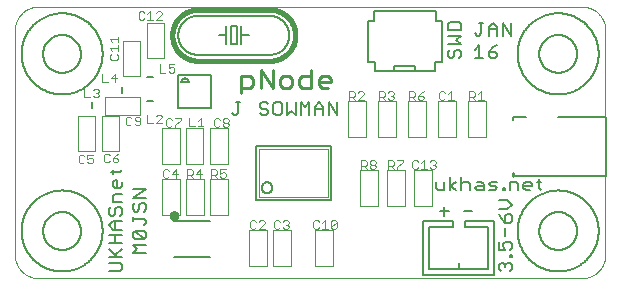
<source format=gto>
G75*
%MOIN*%
%OFA0B0*%
%FSLAX25Y25*%
%IPPOS*%
%LPD*%
%AMOC8*
5,1,8,0,0,1.08239X$1,22.5*
%
%ADD10C,0.00000*%
%ADD11C,0.00800*%
%ADD12C,0.01100*%
%ADD13C,0.00394*%
%ADD14C,0.00400*%
%ADD15C,0.01600*%
%ADD16C,0.00600*%
%ADD17C,0.00500*%
%ADD18C,0.00787*%
%ADD19C,0.00200*%
%ADD20C,0.01000*%
D10*
X0010374Y0025790D02*
X0191476Y0025790D01*
X0191666Y0025792D01*
X0191856Y0025799D01*
X0192046Y0025811D01*
X0192236Y0025827D01*
X0192425Y0025847D01*
X0192614Y0025873D01*
X0192802Y0025902D01*
X0192989Y0025937D01*
X0193175Y0025976D01*
X0193360Y0026019D01*
X0193545Y0026067D01*
X0193728Y0026119D01*
X0193909Y0026175D01*
X0194089Y0026236D01*
X0194268Y0026302D01*
X0194445Y0026371D01*
X0194621Y0026445D01*
X0194794Y0026523D01*
X0194966Y0026606D01*
X0195135Y0026692D01*
X0195303Y0026782D01*
X0195468Y0026877D01*
X0195631Y0026975D01*
X0195791Y0027078D01*
X0195949Y0027184D01*
X0196104Y0027294D01*
X0196257Y0027407D01*
X0196407Y0027525D01*
X0196553Y0027646D01*
X0196697Y0027770D01*
X0196838Y0027898D01*
X0196976Y0028029D01*
X0197111Y0028164D01*
X0197242Y0028302D01*
X0197370Y0028443D01*
X0197494Y0028587D01*
X0197615Y0028733D01*
X0197733Y0028883D01*
X0197846Y0029036D01*
X0197956Y0029191D01*
X0198062Y0029349D01*
X0198165Y0029509D01*
X0198263Y0029672D01*
X0198358Y0029837D01*
X0198448Y0030005D01*
X0198534Y0030174D01*
X0198617Y0030346D01*
X0198695Y0030519D01*
X0198769Y0030695D01*
X0198838Y0030872D01*
X0198904Y0031051D01*
X0198965Y0031231D01*
X0199021Y0031412D01*
X0199073Y0031595D01*
X0199121Y0031780D01*
X0199164Y0031965D01*
X0199203Y0032151D01*
X0199238Y0032338D01*
X0199267Y0032526D01*
X0199293Y0032715D01*
X0199313Y0032904D01*
X0199329Y0033094D01*
X0199341Y0033284D01*
X0199348Y0033474D01*
X0199350Y0033664D01*
X0199350Y0108467D01*
X0199348Y0108657D01*
X0199341Y0108847D01*
X0199329Y0109037D01*
X0199313Y0109227D01*
X0199293Y0109416D01*
X0199267Y0109605D01*
X0199238Y0109793D01*
X0199203Y0109980D01*
X0199164Y0110166D01*
X0199121Y0110351D01*
X0199073Y0110536D01*
X0199021Y0110719D01*
X0198965Y0110900D01*
X0198904Y0111080D01*
X0198838Y0111259D01*
X0198769Y0111436D01*
X0198695Y0111612D01*
X0198617Y0111785D01*
X0198534Y0111957D01*
X0198448Y0112126D01*
X0198358Y0112294D01*
X0198263Y0112459D01*
X0198165Y0112622D01*
X0198062Y0112782D01*
X0197956Y0112940D01*
X0197846Y0113095D01*
X0197733Y0113248D01*
X0197615Y0113398D01*
X0197494Y0113544D01*
X0197370Y0113688D01*
X0197242Y0113829D01*
X0197111Y0113967D01*
X0196976Y0114102D01*
X0196838Y0114233D01*
X0196697Y0114361D01*
X0196553Y0114485D01*
X0196407Y0114606D01*
X0196257Y0114724D01*
X0196104Y0114837D01*
X0195949Y0114947D01*
X0195791Y0115053D01*
X0195631Y0115156D01*
X0195468Y0115254D01*
X0195303Y0115349D01*
X0195135Y0115439D01*
X0194966Y0115525D01*
X0194794Y0115608D01*
X0194621Y0115686D01*
X0194445Y0115760D01*
X0194268Y0115829D01*
X0194089Y0115895D01*
X0193909Y0115956D01*
X0193728Y0116012D01*
X0193545Y0116064D01*
X0193360Y0116112D01*
X0193175Y0116155D01*
X0192989Y0116194D01*
X0192802Y0116229D01*
X0192614Y0116258D01*
X0192425Y0116284D01*
X0192236Y0116304D01*
X0192046Y0116320D01*
X0191856Y0116332D01*
X0191666Y0116339D01*
X0191476Y0116341D01*
X0010374Y0116341D01*
X0010184Y0116339D01*
X0009994Y0116332D01*
X0009804Y0116320D01*
X0009614Y0116304D01*
X0009425Y0116284D01*
X0009236Y0116258D01*
X0009048Y0116229D01*
X0008861Y0116194D01*
X0008675Y0116155D01*
X0008490Y0116112D01*
X0008305Y0116064D01*
X0008122Y0116012D01*
X0007941Y0115956D01*
X0007761Y0115895D01*
X0007582Y0115829D01*
X0007405Y0115760D01*
X0007229Y0115686D01*
X0007056Y0115608D01*
X0006884Y0115525D01*
X0006715Y0115439D01*
X0006547Y0115349D01*
X0006382Y0115254D01*
X0006219Y0115156D01*
X0006059Y0115053D01*
X0005901Y0114947D01*
X0005746Y0114837D01*
X0005593Y0114724D01*
X0005443Y0114606D01*
X0005297Y0114485D01*
X0005153Y0114361D01*
X0005012Y0114233D01*
X0004874Y0114102D01*
X0004739Y0113967D01*
X0004608Y0113829D01*
X0004480Y0113688D01*
X0004356Y0113544D01*
X0004235Y0113398D01*
X0004117Y0113248D01*
X0004004Y0113095D01*
X0003894Y0112940D01*
X0003788Y0112782D01*
X0003685Y0112622D01*
X0003587Y0112459D01*
X0003492Y0112294D01*
X0003402Y0112126D01*
X0003316Y0111957D01*
X0003233Y0111785D01*
X0003155Y0111612D01*
X0003081Y0111436D01*
X0003012Y0111259D01*
X0002946Y0111080D01*
X0002885Y0110900D01*
X0002829Y0110719D01*
X0002777Y0110536D01*
X0002729Y0110351D01*
X0002686Y0110166D01*
X0002647Y0109980D01*
X0002612Y0109793D01*
X0002583Y0109605D01*
X0002557Y0109416D01*
X0002537Y0109227D01*
X0002521Y0109037D01*
X0002509Y0108847D01*
X0002502Y0108657D01*
X0002500Y0108467D01*
X0002500Y0033664D01*
X0002502Y0033474D01*
X0002509Y0033284D01*
X0002521Y0033094D01*
X0002537Y0032904D01*
X0002557Y0032715D01*
X0002583Y0032526D01*
X0002612Y0032338D01*
X0002647Y0032151D01*
X0002686Y0031965D01*
X0002729Y0031780D01*
X0002777Y0031595D01*
X0002829Y0031412D01*
X0002885Y0031231D01*
X0002946Y0031051D01*
X0003012Y0030872D01*
X0003081Y0030695D01*
X0003155Y0030519D01*
X0003233Y0030346D01*
X0003316Y0030174D01*
X0003402Y0030005D01*
X0003492Y0029837D01*
X0003587Y0029672D01*
X0003685Y0029509D01*
X0003788Y0029349D01*
X0003894Y0029191D01*
X0004004Y0029036D01*
X0004117Y0028883D01*
X0004235Y0028733D01*
X0004356Y0028587D01*
X0004480Y0028443D01*
X0004608Y0028302D01*
X0004739Y0028164D01*
X0004874Y0028029D01*
X0005012Y0027898D01*
X0005153Y0027770D01*
X0005297Y0027646D01*
X0005443Y0027525D01*
X0005593Y0027407D01*
X0005746Y0027294D01*
X0005901Y0027184D01*
X0006059Y0027078D01*
X0006219Y0026975D01*
X0006382Y0026877D01*
X0006547Y0026782D01*
X0006715Y0026692D01*
X0006884Y0026606D01*
X0007056Y0026523D01*
X0007229Y0026445D01*
X0007405Y0026371D01*
X0007582Y0026302D01*
X0007761Y0026236D01*
X0007941Y0026175D01*
X0008122Y0026119D01*
X0008305Y0026067D01*
X0008490Y0026019D01*
X0008675Y0025976D01*
X0008861Y0025937D01*
X0009048Y0025902D01*
X0009236Y0025873D01*
X0009425Y0025847D01*
X0009614Y0025827D01*
X0009804Y0025811D01*
X0009994Y0025799D01*
X0010184Y0025792D01*
X0010374Y0025790D01*
D11*
X0033896Y0028190D02*
X0037399Y0028190D01*
X0038100Y0028891D01*
X0038100Y0030292D01*
X0037399Y0030992D01*
X0033896Y0030992D01*
X0033896Y0032794D02*
X0038100Y0032794D01*
X0036699Y0032794D02*
X0033896Y0035596D01*
X0035998Y0033494D02*
X0038100Y0035596D01*
X0038100Y0037398D02*
X0033896Y0037398D01*
X0035998Y0037398D02*
X0035998Y0040200D01*
X0033896Y0040200D02*
X0038100Y0040200D01*
X0038100Y0042002D02*
X0035298Y0042002D01*
X0033896Y0043403D01*
X0035298Y0044804D01*
X0038100Y0044804D01*
X0035998Y0044804D02*
X0035998Y0042002D01*
X0041896Y0040896D02*
X0041896Y0039494D01*
X0042597Y0038794D01*
X0045399Y0038794D01*
X0042597Y0041596D01*
X0045399Y0041596D01*
X0046100Y0040896D01*
X0046100Y0039494D01*
X0045399Y0038794D01*
X0046100Y0036992D02*
X0041896Y0036992D01*
X0043298Y0035591D01*
X0041896Y0034190D01*
X0046100Y0034190D01*
X0041896Y0040896D02*
X0042597Y0041596D01*
X0045399Y0043398D02*
X0046100Y0044098D01*
X0046100Y0044799D01*
X0045399Y0045500D01*
X0041896Y0045500D01*
X0041896Y0046200D02*
X0041896Y0044799D01*
X0038100Y0047306D02*
X0037399Y0046606D01*
X0038100Y0047306D02*
X0038100Y0048707D01*
X0037399Y0049408D01*
X0036699Y0049408D01*
X0035998Y0048707D01*
X0035998Y0047306D01*
X0035298Y0046606D01*
X0034597Y0046606D01*
X0033896Y0047306D01*
X0033896Y0048707D01*
X0034597Y0049408D01*
X0035298Y0051210D02*
X0035298Y0053311D01*
X0035998Y0054012D01*
X0038100Y0054012D01*
X0037399Y0055813D02*
X0035998Y0055813D01*
X0035298Y0056514D01*
X0035298Y0057915D01*
X0035998Y0058616D01*
X0036699Y0058616D01*
X0036699Y0055813D01*
X0037399Y0055813D02*
X0038100Y0056514D01*
X0038100Y0057915D01*
X0035298Y0060417D02*
X0035298Y0061819D01*
X0034597Y0061118D02*
X0037399Y0061118D01*
X0038100Y0061819D01*
X0041896Y0055408D02*
X0046100Y0055408D01*
X0041896Y0052606D01*
X0046100Y0052606D01*
X0045399Y0050804D02*
X0044699Y0050804D01*
X0043998Y0050103D01*
X0043998Y0048702D01*
X0043298Y0048002D01*
X0042597Y0048002D01*
X0041896Y0048702D01*
X0041896Y0050103D01*
X0042597Y0050804D01*
X0045399Y0050804D02*
X0046100Y0050103D01*
X0046100Y0048702D01*
X0045399Y0048002D01*
X0038100Y0051210D02*
X0035298Y0051210D01*
X0011949Y0041538D02*
X0011951Y0041696D01*
X0011957Y0041854D01*
X0011967Y0042012D01*
X0011981Y0042170D01*
X0011999Y0042327D01*
X0012020Y0042484D01*
X0012046Y0042640D01*
X0012076Y0042796D01*
X0012109Y0042951D01*
X0012147Y0043104D01*
X0012188Y0043257D01*
X0012233Y0043409D01*
X0012282Y0043560D01*
X0012335Y0043709D01*
X0012391Y0043857D01*
X0012451Y0044003D01*
X0012515Y0044148D01*
X0012583Y0044291D01*
X0012654Y0044433D01*
X0012728Y0044573D01*
X0012806Y0044710D01*
X0012888Y0044846D01*
X0012972Y0044980D01*
X0013061Y0045111D01*
X0013152Y0045240D01*
X0013247Y0045367D01*
X0013344Y0045492D01*
X0013445Y0045614D01*
X0013549Y0045733D01*
X0013656Y0045850D01*
X0013766Y0045964D01*
X0013879Y0046075D01*
X0013994Y0046184D01*
X0014112Y0046289D01*
X0014233Y0046391D01*
X0014356Y0046491D01*
X0014482Y0046587D01*
X0014610Y0046680D01*
X0014740Y0046770D01*
X0014873Y0046856D01*
X0015008Y0046940D01*
X0015144Y0047019D01*
X0015283Y0047096D01*
X0015424Y0047168D01*
X0015566Y0047238D01*
X0015710Y0047303D01*
X0015856Y0047365D01*
X0016003Y0047423D01*
X0016152Y0047478D01*
X0016302Y0047529D01*
X0016453Y0047576D01*
X0016605Y0047619D01*
X0016758Y0047658D01*
X0016913Y0047694D01*
X0017068Y0047725D01*
X0017224Y0047753D01*
X0017380Y0047777D01*
X0017537Y0047797D01*
X0017695Y0047813D01*
X0017852Y0047825D01*
X0018011Y0047833D01*
X0018169Y0047837D01*
X0018327Y0047837D01*
X0018485Y0047833D01*
X0018644Y0047825D01*
X0018801Y0047813D01*
X0018959Y0047797D01*
X0019116Y0047777D01*
X0019272Y0047753D01*
X0019428Y0047725D01*
X0019583Y0047694D01*
X0019738Y0047658D01*
X0019891Y0047619D01*
X0020043Y0047576D01*
X0020194Y0047529D01*
X0020344Y0047478D01*
X0020493Y0047423D01*
X0020640Y0047365D01*
X0020786Y0047303D01*
X0020930Y0047238D01*
X0021072Y0047168D01*
X0021213Y0047096D01*
X0021352Y0047019D01*
X0021488Y0046940D01*
X0021623Y0046856D01*
X0021756Y0046770D01*
X0021886Y0046680D01*
X0022014Y0046587D01*
X0022140Y0046491D01*
X0022263Y0046391D01*
X0022384Y0046289D01*
X0022502Y0046184D01*
X0022617Y0046075D01*
X0022730Y0045964D01*
X0022840Y0045850D01*
X0022947Y0045733D01*
X0023051Y0045614D01*
X0023152Y0045492D01*
X0023249Y0045367D01*
X0023344Y0045240D01*
X0023435Y0045111D01*
X0023524Y0044980D01*
X0023608Y0044846D01*
X0023690Y0044710D01*
X0023768Y0044573D01*
X0023842Y0044433D01*
X0023913Y0044291D01*
X0023981Y0044148D01*
X0024045Y0044003D01*
X0024105Y0043857D01*
X0024161Y0043709D01*
X0024214Y0043560D01*
X0024263Y0043409D01*
X0024308Y0043257D01*
X0024349Y0043104D01*
X0024387Y0042951D01*
X0024420Y0042796D01*
X0024450Y0042640D01*
X0024476Y0042484D01*
X0024497Y0042327D01*
X0024515Y0042170D01*
X0024529Y0042012D01*
X0024539Y0041854D01*
X0024545Y0041696D01*
X0024547Y0041538D01*
X0024545Y0041380D01*
X0024539Y0041222D01*
X0024529Y0041064D01*
X0024515Y0040906D01*
X0024497Y0040749D01*
X0024476Y0040592D01*
X0024450Y0040436D01*
X0024420Y0040280D01*
X0024387Y0040125D01*
X0024349Y0039972D01*
X0024308Y0039819D01*
X0024263Y0039667D01*
X0024214Y0039516D01*
X0024161Y0039367D01*
X0024105Y0039219D01*
X0024045Y0039073D01*
X0023981Y0038928D01*
X0023913Y0038785D01*
X0023842Y0038643D01*
X0023768Y0038503D01*
X0023690Y0038366D01*
X0023608Y0038230D01*
X0023524Y0038096D01*
X0023435Y0037965D01*
X0023344Y0037836D01*
X0023249Y0037709D01*
X0023152Y0037584D01*
X0023051Y0037462D01*
X0022947Y0037343D01*
X0022840Y0037226D01*
X0022730Y0037112D01*
X0022617Y0037001D01*
X0022502Y0036892D01*
X0022384Y0036787D01*
X0022263Y0036685D01*
X0022140Y0036585D01*
X0022014Y0036489D01*
X0021886Y0036396D01*
X0021756Y0036306D01*
X0021623Y0036220D01*
X0021488Y0036136D01*
X0021352Y0036057D01*
X0021213Y0035980D01*
X0021072Y0035908D01*
X0020930Y0035838D01*
X0020786Y0035773D01*
X0020640Y0035711D01*
X0020493Y0035653D01*
X0020344Y0035598D01*
X0020194Y0035547D01*
X0020043Y0035500D01*
X0019891Y0035457D01*
X0019738Y0035418D01*
X0019583Y0035382D01*
X0019428Y0035351D01*
X0019272Y0035323D01*
X0019116Y0035299D01*
X0018959Y0035279D01*
X0018801Y0035263D01*
X0018644Y0035251D01*
X0018485Y0035243D01*
X0018327Y0035239D01*
X0018169Y0035239D01*
X0018011Y0035243D01*
X0017852Y0035251D01*
X0017695Y0035263D01*
X0017537Y0035279D01*
X0017380Y0035299D01*
X0017224Y0035323D01*
X0017068Y0035351D01*
X0016913Y0035382D01*
X0016758Y0035418D01*
X0016605Y0035457D01*
X0016453Y0035500D01*
X0016302Y0035547D01*
X0016152Y0035598D01*
X0016003Y0035653D01*
X0015856Y0035711D01*
X0015710Y0035773D01*
X0015566Y0035838D01*
X0015424Y0035908D01*
X0015283Y0035980D01*
X0015144Y0036057D01*
X0015008Y0036136D01*
X0014873Y0036220D01*
X0014740Y0036306D01*
X0014610Y0036396D01*
X0014482Y0036489D01*
X0014356Y0036585D01*
X0014233Y0036685D01*
X0014112Y0036787D01*
X0013994Y0036892D01*
X0013879Y0037001D01*
X0013766Y0037112D01*
X0013656Y0037226D01*
X0013549Y0037343D01*
X0013445Y0037462D01*
X0013344Y0037584D01*
X0013247Y0037709D01*
X0013152Y0037836D01*
X0013061Y0037965D01*
X0012972Y0038096D01*
X0012888Y0038230D01*
X0012806Y0038366D01*
X0012728Y0038503D01*
X0012654Y0038643D01*
X0012583Y0038785D01*
X0012515Y0038928D01*
X0012451Y0039073D01*
X0012391Y0039219D01*
X0012335Y0039367D01*
X0012282Y0039516D01*
X0012233Y0039667D01*
X0012188Y0039819D01*
X0012147Y0039972D01*
X0012109Y0040125D01*
X0012076Y0040280D01*
X0012046Y0040436D01*
X0012020Y0040592D01*
X0011999Y0040749D01*
X0011981Y0040906D01*
X0011967Y0041064D01*
X0011957Y0041222D01*
X0011951Y0041380D01*
X0011949Y0041538D01*
X0074900Y0080891D02*
X0075601Y0080190D01*
X0076301Y0080190D01*
X0077002Y0080891D01*
X0077002Y0084394D01*
X0077702Y0084394D02*
X0076301Y0084394D01*
X0084108Y0083693D02*
X0084108Y0082992D01*
X0084808Y0082292D01*
X0086210Y0082292D01*
X0086910Y0081591D01*
X0086910Y0080891D01*
X0086210Y0080190D01*
X0084808Y0080190D01*
X0084108Y0080891D01*
X0088712Y0080891D02*
X0089412Y0080190D01*
X0090814Y0080190D01*
X0091514Y0080891D01*
X0091514Y0083693D01*
X0090814Y0084394D01*
X0089412Y0084394D01*
X0088712Y0083693D01*
X0088712Y0080891D01*
X0093316Y0080190D02*
X0094717Y0081591D01*
X0096118Y0080190D01*
X0096118Y0084394D01*
X0097920Y0084394D02*
X0099321Y0082992D01*
X0100722Y0084394D01*
X0100722Y0080190D01*
X0102524Y0080190D02*
X0102524Y0082992D01*
X0103925Y0084394D01*
X0105326Y0082992D01*
X0105326Y0080190D01*
X0107127Y0080190D02*
X0107127Y0084394D01*
X0109930Y0080190D01*
X0109930Y0084394D01*
X0105326Y0082292D02*
X0102524Y0082292D01*
X0097920Y0080190D02*
X0097920Y0084394D01*
X0093316Y0084394D02*
X0093316Y0080190D01*
X0086910Y0083693D02*
X0086210Y0084394D01*
X0084808Y0084394D01*
X0084108Y0083693D01*
X0067902Y0082577D02*
X0067902Y0093601D01*
X0056878Y0093601D01*
X0056878Y0082577D01*
X0067902Y0082577D01*
X0060421Y0091239D02*
X0058059Y0091239D01*
X0058061Y0091306D01*
X0058067Y0091374D01*
X0058076Y0091440D01*
X0058090Y0091506D01*
X0058107Y0091572D01*
X0058128Y0091636D01*
X0058152Y0091699D01*
X0058180Y0091760D01*
X0058212Y0091820D01*
X0058246Y0091877D01*
X0058285Y0091933D01*
X0058326Y0091987D01*
X0058370Y0092038D01*
X0058417Y0092086D01*
X0058467Y0092132D01*
X0058519Y0092174D01*
X0058573Y0092214D01*
X0058630Y0092250D01*
X0058689Y0092284D01*
X0058749Y0092313D01*
X0058812Y0092340D01*
X0058875Y0092362D01*
X0058940Y0092381D01*
X0059005Y0092396D01*
X0059072Y0092408D01*
X0059139Y0092416D01*
X0059206Y0092420D01*
X0059274Y0092420D01*
X0059341Y0092416D01*
X0059408Y0092408D01*
X0059475Y0092396D01*
X0059540Y0092381D01*
X0059605Y0092362D01*
X0059668Y0092340D01*
X0059731Y0092313D01*
X0059791Y0092284D01*
X0059850Y0092250D01*
X0059907Y0092214D01*
X0059961Y0092174D01*
X0060013Y0092132D01*
X0060063Y0092086D01*
X0060110Y0092038D01*
X0060154Y0091987D01*
X0060195Y0091933D01*
X0060234Y0091877D01*
X0060268Y0091820D01*
X0060300Y0091760D01*
X0060328Y0091699D01*
X0060352Y0091636D01*
X0060373Y0091572D01*
X0060390Y0091506D01*
X0060404Y0091440D01*
X0060413Y0091374D01*
X0060419Y0091306D01*
X0060421Y0091239D01*
X0011949Y0100593D02*
X0011951Y0100751D01*
X0011957Y0100909D01*
X0011967Y0101067D01*
X0011981Y0101225D01*
X0011999Y0101382D01*
X0012020Y0101539D01*
X0012046Y0101695D01*
X0012076Y0101851D01*
X0012109Y0102006D01*
X0012147Y0102159D01*
X0012188Y0102312D01*
X0012233Y0102464D01*
X0012282Y0102615D01*
X0012335Y0102764D01*
X0012391Y0102912D01*
X0012451Y0103058D01*
X0012515Y0103203D01*
X0012583Y0103346D01*
X0012654Y0103488D01*
X0012728Y0103628D01*
X0012806Y0103765D01*
X0012888Y0103901D01*
X0012972Y0104035D01*
X0013061Y0104166D01*
X0013152Y0104295D01*
X0013247Y0104422D01*
X0013344Y0104547D01*
X0013445Y0104669D01*
X0013549Y0104788D01*
X0013656Y0104905D01*
X0013766Y0105019D01*
X0013879Y0105130D01*
X0013994Y0105239D01*
X0014112Y0105344D01*
X0014233Y0105446D01*
X0014356Y0105546D01*
X0014482Y0105642D01*
X0014610Y0105735D01*
X0014740Y0105825D01*
X0014873Y0105911D01*
X0015008Y0105995D01*
X0015144Y0106074D01*
X0015283Y0106151D01*
X0015424Y0106223D01*
X0015566Y0106293D01*
X0015710Y0106358D01*
X0015856Y0106420D01*
X0016003Y0106478D01*
X0016152Y0106533D01*
X0016302Y0106584D01*
X0016453Y0106631D01*
X0016605Y0106674D01*
X0016758Y0106713D01*
X0016913Y0106749D01*
X0017068Y0106780D01*
X0017224Y0106808D01*
X0017380Y0106832D01*
X0017537Y0106852D01*
X0017695Y0106868D01*
X0017852Y0106880D01*
X0018011Y0106888D01*
X0018169Y0106892D01*
X0018327Y0106892D01*
X0018485Y0106888D01*
X0018644Y0106880D01*
X0018801Y0106868D01*
X0018959Y0106852D01*
X0019116Y0106832D01*
X0019272Y0106808D01*
X0019428Y0106780D01*
X0019583Y0106749D01*
X0019738Y0106713D01*
X0019891Y0106674D01*
X0020043Y0106631D01*
X0020194Y0106584D01*
X0020344Y0106533D01*
X0020493Y0106478D01*
X0020640Y0106420D01*
X0020786Y0106358D01*
X0020930Y0106293D01*
X0021072Y0106223D01*
X0021213Y0106151D01*
X0021352Y0106074D01*
X0021488Y0105995D01*
X0021623Y0105911D01*
X0021756Y0105825D01*
X0021886Y0105735D01*
X0022014Y0105642D01*
X0022140Y0105546D01*
X0022263Y0105446D01*
X0022384Y0105344D01*
X0022502Y0105239D01*
X0022617Y0105130D01*
X0022730Y0105019D01*
X0022840Y0104905D01*
X0022947Y0104788D01*
X0023051Y0104669D01*
X0023152Y0104547D01*
X0023249Y0104422D01*
X0023344Y0104295D01*
X0023435Y0104166D01*
X0023524Y0104035D01*
X0023608Y0103901D01*
X0023690Y0103765D01*
X0023768Y0103628D01*
X0023842Y0103488D01*
X0023913Y0103346D01*
X0023981Y0103203D01*
X0024045Y0103058D01*
X0024105Y0102912D01*
X0024161Y0102764D01*
X0024214Y0102615D01*
X0024263Y0102464D01*
X0024308Y0102312D01*
X0024349Y0102159D01*
X0024387Y0102006D01*
X0024420Y0101851D01*
X0024450Y0101695D01*
X0024476Y0101539D01*
X0024497Y0101382D01*
X0024515Y0101225D01*
X0024529Y0101067D01*
X0024539Y0100909D01*
X0024545Y0100751D01*
X0024547Y0100593D01*
X0024545Y0100435D01*
X0024539Y0100277D01*
X0024529Y0100119D01*
X0024515Y0099961D01*
X0024497Y0099804D01*
X0024476Y0099647D01*
X0024450Y0099491D01*
X0024420Y0099335D01*
X0024387Y0099180D01*
X0024349Y0099027D01*
X0024308Y0098874D01*
X0024263Y0098722D01*
X0024214Y0098571D01*
X0024161Y0098422D01*
X0024105Y0098274D01*
X0024045Y0098128D01*
X0023981Y0097983D01*
X0023913Y0097840D01*
X0023842Y0097698D01*
X0023768Y0097558D01*
X0023690Y0097421D01*
X0023608Y0097285D01*
X0023524Y0097151D01*
X0023435Y0097020D01*
X0023344Y0096891D01*
X0023249Y0096764D01*
X0023152Y0096639D01*
X0023051Y0096517D01*
X0022947Y0096398D01*
X0022840Y0096281D01*
X0022730Y0096167D01*
X0022617Y0096056D01*
X0022502Y0095947D01*
X0022384Y0095842D01*
X0022263Y0095740D01*
X0022140Y0095640D01*
X0022014Y0095544D01*
X0021886Y0095451D01*
X0021756Y0095361D01*
X0021623Y0095275D01*
X0021488Y0095191D01*
X0021352Y0095112D01*
X0021213Y0095035D01*
X0021072Y0094963D01*
X0020930Y0094893D01*
X0020786Y0094828D01*
X0020640Y0094766D01*
X0020493Y0094708D01*
X0020344Y0094653D01*
X0020194Y0094602D01*
X0020043Y0094555D01*
X0019891Y0094512D01*
X0019738Y0094473D01*
X0019583Y0094437D01*
X0019428Y0094406D01*
X0019272Y0094378D01*
X0019116Y0094354D01*
X0018959Y0094334D01*
X0018801Y0094318D01*
X0018644Y0094306D01*
X0018485Y0094298D01*
X0018327Y0094294D01*
X0018169Y0094294D01*
X0018011Y0094298D01*
X0017852Y0094306D01*
X0017695Y0094318D01*
X0017537Y0094334D01*
X0017380Y0094354D01*
X0017224Y0094378D01*
X0017068Y0094406D01*
X0016913Y0094437D01*
X0016758Y0094473D01*
X0016605Y0094512D01*
X0016453Y0094555D01*
X0016302Y0094602D01*
X0016152Y0094653D01*
X0016003Y0094708D01*
X0015856Y0094766D01*
X0015710Y0094828D01*
X0015566Y0094893D01*
X0015424Y0094963D01*
X0015283Y0095035D01*
X0015144Y0095112D01*
X0015008Y0095191D01*
X0014873Y0095275D01*
X0014740Y0095361D01*
X0014610Y0095451D01*
X0014482Y0095544D01*
X0014356Y0095640D01*
X0014233Y0095740D01*
X0014112Y0095842D01*
X0013994Y0095947D01*
X0013879Y0096056D01*
X0013766Y0096167D01*
X0013656Y0096281D01*
X0013549Y0096398D01*
X0013445Y0096517D01*
X0013344Y0096639D01*
X0013247Y0096764D01*
X0013152Y0096891D01*
X0013061Y0097020D01*
X0012972Y0097151D01*
X0012888Y0097285D01*
X0012806Y0097421D01*
X0012728Y0097558D01*
X0012654Y0097698D01*
X0012583Y0097840D01*
X0012515Y0097983D01*
X0012451Y0098128D01*
X0012391Y0098274D01*
X0012335Y0098422D01*
X0012282Y0098571D01*
X0012233Y0098722D01*
X0012188Y0098874D01*
X0012147Y0099027D01*
X0012109Y0099180D01*
X0012076Y0099335D01*
X0012046Y0099491D01*
X0012020Y0099647D01*
X0011999Y0099804D01*
X0011981Y0099961D01*
X0011967Y0100119D01*
X0011957Y0100277D01*
X0011951Y0100435D01*
X0011949Y0100593D01*
X0142900Y0057992D02*
X0142900Y0055891D01*
X0143601Y0055190D01*
X0145702Y0055190D01*
X0145702Y0057992D01*
X0147504Y0056591D02*
X0149606Y0057992D01*
X0151341Y0057292D02*
X0152041Y0057992D01*
X0153442Y0057992D01*
X0154143Y0057292D01*
X0154143Y0055190D01*
X0155944Y0055891D02*
X0156645Y0056591D01*
X0158747Y0056591D01*
X0158747Y0057292D02*
X0158747Y0055190D01*
X0156645Y0055190D01*
X0155944Y0055891D01*
X0156645Y0057992D02*
X0158046Y0057992D01*
X0158747Y0057292D01*
X0160548Y0057292D02*
X0161249Y0056591D01*
X0162650Y0056591D01*
X0163351Y0055891D01*
X0162650Y0055190D01*
X0160548Y0055190D01*
X0160548Y0057292D02*
X0161249Y0057992D01*
X0163351Y0057992D01*
X0165152Y0055891D02*
X0165853Y0055891D01*
X0165853Y0055190D01*
X0165152Y0055190D01*
X0165152Y0055891D01*
X0167454Y0055190D02*
X0167454Y0057992D01*
X0169556Y0057992D01*
X0170257Y0057292D01*
X0170257Y0055190D01*
X0172058Y0055891D02*
X0172058Y0057292D01*
X0172759Y0057992D01*
X0174160Y0057992D01*
X0174861Y0057292D01*
X0174861Y0056591D01*
X0172058Y0056591D01*
X0172058Y0055891D02*
X0172759Y0055190D01*
X0174160Y0055190D01*
X0177363Y0055891D02*
X0178063Y0055190D01*
X0177363Y0055891D02*
X0177363Y0058693D01*
X0178063Y0057992D02*
X0176662Y0057992D01*
X0168657Y0059947D02*
X0199465Y0059947D01*
X0199465Y0079632D01*
X0183618Y0079632D01*
X0172988Y0079632D02*
X0168657Y0079632D01*
X0168657Y0078451D01*
X0151341Y0059394D02*
X0151341Y0055190D01*
X0149606Y0055190D02*
X0147504Y0056591D01*
X0147504Y0055190D02*
X0147504Y0059394D01*
X0163896Y0051710D02*
X0166699Y0051710D01*
X0168100Y0050309D01*
X0166699Y0048908D01*
X0163896Y0048908D01*
X0163896Y0047106D02*
X0164597Y0045705D01*
X0165998Y0044304D01*
X0165998Y0046405D01*
X0166699Y0047106D01*
X0167399Y0047106D01*
X0168100Y0046405D01*
X0168100Y0045004D01*
X0167399Y0044304D01*
X0165998Y0044304D01*
X0165998Y0042502D02*
X0165998Y0039700D01*
X0165998Y0037898D02*
X0167399Y0037898D01*
X0168100Y0037198D01*
X0168100Y0035796D01*
X0167399Y0035096D01*
X0165998Y0035096D02*
X0165298Y0036497D01*
X0165298Y0037198D01*
X0165998Y0037898D01*
X0163896Y0037898D02*
X0163896Y0035096D01*
X0165998Y0035096D01*
X0167399Y0033494D02*
X0168100Y0033494D01*
X0168100Y0032794D01*
X0167399Y0032794D01*
X0167399Y0033494D01*
X0167399Y0030992D02*
X0168100Y0030292D01*
X0168100Y0028891D01*
X0167399Y0028190D01*
X0165998Y0029591D02*
X0165998Y0030292D01*
X0166699Y0030992D01*
X0167399Y0030992D01*
X0165998Y0030292D02*
X0165298Y0030992D01*
X0164597Y0030992D01*
X0163896Y0030292D01*
X0163896Y0028891D01*
X0164597Y0028190D01*
X0177303Y0041538D02*
X0177305Y0041696D01*
X0177311Y0041854D01*
X0177321Y0042012D01*
X0177335Y0042170D01*
X0177353Y0042327D01*
X0177374Y0042484D01*
X0177400Y0042640D01*
X0177430Y0042796D01*
X0177463Y0042951D01*
X0177501Y0043104D01*
X0177542Y0043257D01*
X0177587Y0043409D01*
X0177636Y0043560D01*
X0177689Y0043709D01*
X0177745Y0043857D01*
X0177805Y0044003D01*
X0177869Y0044148D01*
X0177937Y0044291D01*
X0178008Y0044433D01*
X0178082Y0044573D01*
X0178160Y0044710D01*
X0178242Y0044846D01*
X0178326Y0044980D01*
X0178415Y0045111D01*
X0178506Y0045240D01*
X0178601Y0045367D01*
X0178698Y0045492D01*
X0178799Y0045614D01*
X0178903Y0045733D01*
X0179010Y0045850D01*
X0179120Y0045964D01*
X0179233Y0046075D01*
X0179348Y0046184D01*
X0179466Y0046289D01*
X0179587Y0046391D01*
X0179710Y0046491D01*
X0179836Y0046587D01*
X0179964Y0046680D01*
X0180094Y0046770D01*
X0180227Y0046856D01*
X0180362Y0046940D01*
X0180498Y0047019D01*
X0180637Y0047096D01*
X0180778Y0047168D01*
X0180920Y0047238D01*
X0181064Y0047303D01*
X0181210Y0047365D01*
X0181357Y0047423D01*
X0181506Y0047478D01*
X0181656Y0047529D01*
X0181807Y0047576D01*
X0181959Y0047619D01*
X0182112Y0047658D01*
X0182267Y0047694D01*
X0182422Y0047725D01*
X0182578Y0047753D01*
X0182734Y0047777D01*
X0182891Y0047797D01*
X0183049Y0047813D01*
X0183206Y0047825D01*
X0183365Y0047833D01*
X0183523Y0047837D01*
X0183681Y0047837D01*
X0183839Y0047833D01*
X0183998Y0047825D01*
X0184155Y0047813D01*
X0184313Y0047797D01*
X0184470Y0047777D01*
X0184626Y0047753D01*
X0184782Y0047725D01*
X0184937Y0047694D01*
X0185092Y0047658D01*
X0185245Y0047619D01*
X0185397Y0047576D01*
X0185548Y0047529D01*
X0185698Y0047478D01*
X0185847Y0047423D01*
X0185994Y0047365D01*
X0186140Y0047303D01*
X0186284Y0047238D01*
X0186426Y0047168D01*
X0186567Y0047096D01*
X0186706Y0047019D01*
X0186842Y0046940D01*
X0186977Y0046856D01*
X0187110Y0046770D01*
X0187240Y0046680D01*
X0187368Y0046587D01*
X0187494Y0046491D01*
X0187617Y0046391D01*
X0187738Y0046289D01*
X0187856Y0046184D01*
X0187971Y0046075D01*
X0188084Y0045964D01*
X0188194Y0045850D01*
X0188301Y0045733D01*
X0188405Y0045614D01*
X0188506Y0045492D01*
X0188603Y0045367D01*
X0188698Y0045240D01*
X0188789Y0045111D01*
X0188878Y0044980D01*
X0188962Y0044846D01*
X0189044Y0044710D01*
X0189122Y0044573D01*
X0189196Y0044433D01*
X0189267Y0044291D01*
X0189335Y0044148D01*
X0189399Y0044003D01*
X0189459Y0043857D01*
X0189515Y0043709D01*
X0189568Y0043560D01*
X0189617Y0043409D01*
X0189662Y0043257D01*
X0189703Y0043104D01*
X0189741Y0042951D01*
X0189774Y0042796D01*
X0189804Y0042640D01*
X0189830Y0042484D01*
X0189851Y0042327D01*
X0189869Y0042170D01*
X0189883Y0042012D01*
X0189893Y0041854D01*
X0189899Y0041696D01*
X0189901Y0041538D01*
X0189899Y0041380D01*
X0189893Y0041222D01*
X0189883Y0041064D01*
X0189869Y0040906D01*
X0189851Y0040749D01*
X0189830Y0040592D01*
X0189804Y0040436D01*
X0189774Y0040280D01*
X0189741Y0040125D01*
X0189703Y0039972D01*
X0189662Y0039819D01*
X0189617Y0039667D01*
X0189568Y0039516D01*
X0189515Y0039367D01*
X0189459Y0039219D01*
X0189399Y0039073D01*
X0189335Y0038928D01*
X0189267Y0038785D01*
X0189196Y0038643D01*
X0189122Y0038503D01*
X0189044Y0038366D01*
X0188962Y0038230D01*
X0188878Y0038096D01*
X0188789Y0037965D01*
X0188698Y0037836D01*
X0188603Y0037709D01*
X0188506Y0037584D01*
X0188405Y0037462D01*
X0188301Y0037343D01*
X0188194Y0037226D01*
X0188084Y0037112D01*
X0187971Y0037001D01*
X0187856Y0036892D01*
X0187738Y0036787D01*
X0187617Y0036685D01*
X0187494Y0036585D01*
X0187368Y0036489D01*
X0187240Y0036396D01*
X0187110Y0036306D01*
X0186977Y0036220D01*
X0186842Y0036136D01*
X0186706Y0036057D01*
X0186567Y0035980D01*
X0186426Y0035908D01*
X0186284Y0035838D01*
X0186140Y0035773D01*
X0185994Y0035711D01*
X0185847Y0035653D01*
X0185698Y0035598D01*
X0185548Y0035547D01*
X0185397Y0035500D01*
X0185245Y0035457D01*
X0185092Y0035418D01*
X0184937Y0035382D01*
X0184782Y0035351D01*
X0184626Y0035323D01*
X0184470Y0035299D01*
X0184313Y0035279D01*
X0184155Y0035263D01*
X0183998Y0035251D01*
X0183839Y0035243D01*
X0183681Y0035239D01*
X0183523Y0035239D01*
X0183365Y0035243D01*
X0183206Y0035251D01*
X0183049Y0035263D01*
X0182891Y0035279D01*
X0182734Y0035299D01*
X0182578Y0035323D01*
X0182422Y0035351D01*
X0182267Y0035382D01*
X0182112Y0035418D01*
X0181959Y0035457D01*
X0181807Y0035500D01*
X0181656Y0035547D01*
X0181506Y0035598D01*
X0181357Y0035653D01*
X0181210Y0035711D01*
X0181064Y0035773D01*
X0180920Y0035838D01*
X0180778Y0035908D01*
X0180637Y0035980D01*
X0180498Y0036057D01*
X0180362Y0036136D01*
X0180227Y0036220D01*
X0180094Y0036306D01*
X0179964Y0036396D01*
X0179836Y0036489D01*
X0179710Y0036585D01*
X0179587Y0036685D01*
X0179466Y0036787D01*
X0179348Y0036892D01*
X0179233Y0037001D01*
X0179120Y0037112D01*
X0179010Y0037226D01*
X0178903Y0037343D01*
X0178799Y0037462D01*
X0178698Y0037584D01*
X0178601Y0037709D01*
X0178506Y0037836D01*
X0178415Y0037965D01*
X0178326Y0038096D01*
X0178242Y0038230D01*
X0178160Y0038366D01*
X0178082Y0038503D01*
X0178008Y0038643D01*
X0177937Y0038785D01*
X0177869Y0038928D01*
X0177805Y0039073D01*
X0177745Y0039219D01*
X0177689Y0039367D01*
X0177636Y0039516D01*
X0177587Y0039667D01*
X0177542Y0039819D01*
X0177501Y0039972D01*
X0177463Y0040125D01*
X0177430Y0040280D01*
X0177400Y0040436D01*
X0177374Y0040592D01*
X0177353Y0040749D01*
X0177335Y0040906D01*
X0177321Y0041064D01*
X0177311Y0041222D01*
X0177305Y0041380D01*
X0177303Y0041538D01*
X0162606Y0099190D02*
X0161205Y0099190D01*
X0160504Y0099891D01*
X0160504Y0101292D01*
X0162606Y0101292D01*
X0163306Y0100591D01*
X0163306Y0099891D01*
X0162606Y0099190D01*
X0160504Y0101292D02*
X0161905Y0102693D01*
X0163306Y0103394D01*
X0163306Y0106690D02*
X0163306Y0109492D01*
X0161905Y0110894D01*
X0160504Y0109492D01*
X0160504Y0106690D01*
X0158002Y0107391D02*
X0158002Y0110894D01*
X0158702Y0110894D02*
X0157301Y0110894D01*
X0158002Y0107391D02*
X0157301Y0106690D01*
X0156601Y0106690D01*
X0155900Y0107391D01*
X0160504Y0108792D02*
X0163306Y0108792D01*
X0165108Y0110894D02*
X0167910Y0106690D01*
X0167910Y0110894D01*
X0165108Y0110894D02*
X0165108Y0106690D01*
X0157301Y0103394D02*
X0155900Y0101992D01*
X0157301Y0103394D02*
X0157301Y0099190D01*
X0155900Y0099190D02*
X0158702Y0099190D01*
X0151100Y0099891D02*
X0150399Y0099190D01*
X0151100Y0099891D02*
X0151100Y0101292D01*
X0150399Y0101992D01*
X0149699Y0101992D01*
X0148998Y0101292D01*
X0148998Y0099891D01*
X0148298Y0099190D01*
X0147597Y0099190D01*
X0146896Y0099891D01*
X0146896Y0101292D01*
X0147597Y0101992D01*
X0146896Y0103794D02*
X0151100Y0103794D01*
X0149699Y0105195D01*
X0151100Y0106596D01*
X0146896Y0106596D01*
X0146896Y0108398D02*
X0146896Y0110500D01*
X0147597Y0111200D01*
X0150399Y0111200D01*
X0151100Y0110500D01*
X0151100Y0108398D01*
X0146896Y0108398D01*
X0177303Y0100593D02*
X0177305Y0100751D01*
X0177311Y0100909D01*
X0177321Y0101067D01*
X0177335Y0101225D01*
X0177353Y0101382D01*
X0177374Y0101539D01*
X0177400Y0101695D01*
X0177430Y0101851D01*
X0177463Y0102006D01*
X0177501Y0102159D01*
X0177542Y0102312D01*
X0177587Y0102464D01*
X0177636Y0102615D01*
X0177689Y0102764D01*
X0177745Y0102912D01*
X0177805Y0103058D01*
X0177869Y0103203D01*
X0177937Y0103346D01*
X0178008Y0103488D01*
X0178082Y0103628D01*
X0178160Y0103765D01*
X0178242Y0103901D01*
X0178326Y0104035D01*
X0178415Y0104166D01*
X0178506Y0104295D01*
X0178601Y0104422D01*
X0178698Y0104547D01*
X0178799Y0104669D01*
X0178903Y0104788D01*
X0179010Y0104905D01*
X0179120Y0105019D01*
X0179233Y0105130D01*
X0179348Y0105239D01*
X0179466Y0105344D01*
X0179587Y0105446D01*
X0179710Y0105546D01*
X0179836Y0105642D01*
X0179964Y0105735D01*
X0180094Y0105825D01*
X0180227Y0105911D01*
X0180362Y0105995D01*
X0180498Y0106074D01*
X0180637Y0106151D01*
X0180778Y0106223D01*
X0180920Y0106293D01*
X0181064Y0106358D01*
X0181210Y0106420D01*
X0181357Y0106478D01*
X0181506Y0106533D01*
X0181656Y0106584D01*
X0181807Y0106631D01*
X0181959Y0106674D01*
X0182112Y0106713D01*
X0182267Y0106749D01*
X0182422Y0106780D01*
X0182578Y0106808D01*
X0182734Y0106832D01*
X0182891Y0106852D01*
X0183049Y0106868D01*
X0183206Y0106880D01*
X0183365Y0106888D01*
X0183523Y0106892D01*
X0183681Y0106892D01*
X0183839Y0106888D01*
X0183998Y0106880D01*
X0184155Y0106868D01*
X0184313Y0106852D01*
X0184470Y0106832D01*
X0184626Y0106808D01*
X0184782Y0106780D01*
X0184937Y0106749D01*
X0185092Y0106713D01*
X0185245Y0106674D01*
X0185397Y0106631D01*
X0185548Y0106584D01*
X0185698Y0106533D01*
X0185847Y0106478D01*
X0185994Y0106420D01*
X0186140Y0106358D01*
X0186284Y0106293D01*
X0186426Y0106223D01*
X0186567Y0106151D01*
X0186706Y0106074D01*
X0186842Y0105995D01*
X0186977Y0105911D01*
X0187110Y0105825D01*
X0187240Y0105735D01*
X0187368Y0105642D01*
X0187494Y0105546D01*
X0187617Y0105446D01*
X0187738Y0105344D01*
X0187856Y0105239D01*
X0187971Y0105130D01*
X0188084Y0105019D01*
X0188194Y0104905D01*
X0188301Y0104788D01*
X0188405Y0104669D01*
X0188506Y0104547D01*
X0188603Y0104422D01*
X0188698Y0104295D01*
X0188789Y0104166D01*
X0188878Y0104035D01*
X0188962Y0103901D01*
X0189044Y0103765D01*
X0189122Y0103628D01*
X0189196Y0103488D01*
X0189267Y0103346D01*
X0189335Y0103203D01*
X0189399Y0103058D01*
X0189459Y0102912D01*
X0189515Y0102764D01*
X0189568Y0102615D01*
X0189617Y0102464D01*
X0189662Y0102312D01*
X0189703Y0102159D01*
X0189741Y0102006D01*
X0189774Y0101851D01*
X0189804Y0101695D01*
X0189830Y0101539D01*
X0189851Y0101382D01*
X0189869Y0101225D01*
X0189883Y0101067D01*
X0189893Y0100909D01*
X0189899Y0100751D01*
X0189901Y0100593D01*
X0189899Y0100435D01*
X0189893Y0100277D01*
X0189883Y0100119D01*
X0189869Y0099961D01*
X0189851Y0099804D01*
X0189830Y0099647D01*
X0189804Y0099491D01*
X0189774Y0099335D01*
X0189741Y0099180D01*
X0189703Y0099027D01*
X0189662Y0098874D01*
X0189617Y0098722D01*
X0189568Y0098571D01*
X0189515Y0098422D01*
X0189459Y0098274D01*
X0189399Y0098128D01*
X0189335Y0097983D01*
X0189267Y0097840D01*
X0189196Y0097698D01*
X0189122Y0097558D01*
X0189044Y0097421D01*
X0188962Y0097285D01*
X0188878Y0097151D01*
X0188789Y0097020D01*
X0188698Y0096891D01*
X0188603Y0096764D01*
X0188506Y0096639D01*
X0188405Y0096517D01*
X0188301Y0096398D01*
X0188194Y0096281D01*
X0188084Y0096167D01*
X0187971Y0096056D01*
X0187856Y0095947D01*
X0187738Y0095842D01*
X0187617Y0095740D01*
X0187494Y0095640D01*
X0187368Y0095544D01*
X0187240Y0095451D01*
X0187110Y0095361D01*
X0186977Y0095275D01*
X0186842Y0095191D01*
X0186706Y0095112D01*
X0186567Y0095035D01*
X0186426Y0094963D01*
X0186284Y0094893D01*
X0186140Y0094828D01*
X0185994Y0094766D01*
X0185847Y0094708D01*
X0185698Y0094653D01*
X0185548Y0094602D01*
X0185397Y0094555D01*
X0185245Y0094512D01*
X0185092Y0094473D01*
X0184937Y0094437D01*
X0184782Y0094406D01*
X0184626Y0094378D01*
X0184470Y0094354D01*
X0184313Y0094334D01*
X0184155Y0094318D01*
X0183998Y0094306D01*
X0183839Y0094298D01*
X0183681Y0094294D01*
X0183523Y0094294D01*
X0183365Y0094298D01*
X0183206Y0094306D01*
X0183049Y0094318D01*
X0182891Y0094334D01*
X0182734Y0094354D01*
X0182578Y0094378D01*
X0182422Y0094406D01*
X0182267Y0094437D01*
X0182112Y0094473D01*
X0181959Y0094512D01*
X0181807Y0094555D01*
X0181656Y0094602D01*
X0181506Y0094653D01*
X0181357Y0094708D01*
X0181210Y0094766D01*
X0181064Y0094828D01*
X0180920Y0094893D01*
X0180778Y0094963D01*
X0180637Y0095035D01*
X0180498Y0095112D01*
X0180362Y0095191D01*
X0180227Y0095275D01*
X0180094Y0095361D01*
X0179964Y0095451D01*
X0179836Y0095544D01*
X0179710Y0095640D01*
X0179587Y0095740D01*
X0179466Y0095842D01*
X0179348Y0095947D01*
X0179233Y0096056D01*
X0179120Y0096167D01*
X0179010Y0096281D01*
X0178903Y0096398D01*
X0178799Y0096517D01*
X0178698Y0096639D01*
X0178601Y0096764D01*
X0178506Y0096891D01*
X0178415Y0097020D01*
X0178326Y0097151D01*
X0178242Y0097285D01*
X0178160Y0097421D01*
X0178082Y0097558D01*
X0178008Y0097698D01*
X0177937Y0097840D01*
X0177869Y0097983D01*
X0177805Y0098128D01*
X0177745Y0098274D01*
X0177689Y0098422D01*
X0177636Y0098571D01*
X0177587Y0098722D01*
X0177542Y0098874D01*
X0177501Y0099027D01*
X0177463Y0099180D01*
X0177430Y0099335D01*
X0177400Y0099491D01*
X0177374Y0099647D01*
X0177353Y0099804D01*
X0177335Y0099961D01*
X0177321Y0100119D01*
X0177311Y0100277D01*
X0177305Y0100435D01*
X0177303Y0100593D01*
D12*
X0107769Y0092292D02*
X0107769Y0091308D01*
X0103832Y0091308D01*
X0103832Y0090324D02*
X0103832Y0092292D01*
X0104816Y0093277D01*
X0106785Y0093277D01*
X0107769Y0092292D01*
X0104816Y0089340D02*
X0103832Y0090324D01*
X0104816Y0089340D02*
X0106785Y0089340D01*
X0101323Y0089340D02*
X0098371Y0089340D01*
X0097386Y0090324D01*
X0097386Y0092292D01*
X0098371Y0093277D01*
X0101323Y0093277D01*
X0101323Y0095245D02*
X0101323Y0089340D01*
X0094878Y0090324D02*
X0094878Y0092292D01*
X0093894Y0093277D01*
X0091925Y0093277D01*
X0090941Y0092292D01*
X0090941Y0090324D01*
X0091925Y0089340D01*
X0093894Y0089340D01*
X0094878Y0090324D01*
X0088432Y0089340D02*
X0088432Y0095245D01*
X0084495Y0095245D02*
X0088432Y0089340D01*
X0084495Y0089340D02*
X0084495Y0095245D01*
X0081987Y0092292D02*
X0081987Y0090324D01*
X0081003Y0089340D01*
X0078050Y0089340D01*
X0078050Y0087372D02*
X0078050Y0093277D01*
X0081003Y0093277D01*
X0081987Y0092292D01*
D13*
X0073453Y0075695D02*
X0067547Y0075695D01*
X0067547Y0063884D01*
X0073453Y0063884D01*
X0073453Y0075695D01*
X0065374Y0075814D02*
X0059626Y0075814D01*
X0059626Y0063766D01*
X0065374Y0063766D01*
X0065374Y0075814D01*
X0057453Y0075695D02*
X0051547Y0075695D01*
X0051547Y0063884D01*
X0057453Y0063884D01*
X0057453Y0075695D01*
X0044295Y0080136D02*
X0044295Y0086042D01*
X0032484Y0086042D01*
X0032484Y0080136D01*
X0044295Y0080136D01*
X0037343Y0079895D02*
X0031437Y0079895D01*
X0031437Y0068084D01*
X0037343Y0068084D01*
X0037343Y0079895D01*
X0029343Y0079995D02*
X0023437Y0079995D01*
X0023437Y0068184D01*
X0029343Y0068184D01*
X0029343Y0079995D01*
X0038437Y0093184D02*
X0044343Y0093184D01*
X0044343Y0104995D01*
X0038437Y0104995D01*
X0038437Y0093184D01*
X0046453Y0099184D02*
X0052358Y0099184D01*
X0052358Y0110995D01*
X0046453Y0110995D01*
X0046453Y0099184D01*
X0113547Y0084695D02*
X0113547Y0072884D01*
X0119453Y0072884D01*
X0119453Y0084695D01*
X0113547Y0084695D01*
X0123547Y0084695D02*
X0123547Y0072884D01*
X0129453Y0072884D01*
X0129453Y0084695D01*
X0123547Y0084695D01*
X0133547Y0084695D02*
X0139453Y0084695D01*
X0139453Y0072884D01*
X0133547Y0072884D01*
X0133547Y0084695D01*
X0143547Y0084695D02*
X0149453Y0084695D01*
X0149453Y0072884D01*
X0143547Y0072884D01*
X0143547Y0084695D01*
X0153547Y0084695D02*
X0153547Y0072884D01*
X0159453Y0072884D01*
X0159453Y0084695D01*
X0153547Y0084695D01*
X0141453Y0061695D02*
X0135547Y0061695D01*
X0135547Y0049884D01*
X0141453Y0049884D01*
X0141453Y0061695D01*
X0132453Y0061695D02*
X0126547Y0061695D01*
X0126547Y0049884D01*
X0132453Y0049884D01*
X0132453Y0061695D01*
X0123453Y0061695D02*
X0117547Y0061695D01*
X0117547Y0049884D01*
X0123453Y0049884D01*
X0123453Y0061695D01*
X0108453Y0041695D02*
X0102547Y0041695D01*
X0102547Y0029884D01*
X0108453Y0029884D01*
X0108453Y0041695D01*
X0094453Y0041695D02*
X0088547Y0041695D01*
X0088547Y0029884D01*
X0094453Y0029884D01*
X0094453Y0041695D01*
X0086453Y0041695D02*
X0080547Y0041695D01*
X0080547Y0029884D01*
X0086453Y0029884D01*
X0086453Y0041695D01*
X0073453Y0046884D02*
X0067547Y0046884D01*
X0067547Y0058695D01*
X0073453Y0058695D01*
X0073453Y0046884D01*
X0065453Y0046884D02*
X0059547Y0046884D01*
X0059547Y0058695D01*
X0065453Y0058695D01*
X0065453Y0046884D01*
X0057453Y0046884D02*
X0057453Y0058695D01*
X0051547Y0058695D01*
X0051547Y0046884D01*
X0057453Y0046884D01*
D14*
X0056292Y0059250D02*
X0056292Y0062053D01*
X0054891Y0060651D01*
X0056759Y0060651D01*
X0053813Y0059717D02*
X0053346Y0059250D01*
X0052411Y0059250D01*
X0051944Y0059717D01*
X0051944Y0061586D01*
X0052411Y0062053D01*
X0053346Y0062053D01*
X0053813Y0061586D01*
X0059944Y0062053D02*
X0059944Y0059250D01*
X0059944Y0060184D02*
X0061346Y0060184D01*
X0061813Y0060651D01*
X0061813Y0061586D01*
X0061346Y0062053D01*
X0059944Y0062053D01*
X0060879Y0060184D02*
X0061813Y0059250D01*
X0062891Y0060651D02*
X0064759Y0060651D01*
X0064292Y0059250D02*
X0064292Y0062053D01*
X0062891Y0060651D01*
X0067944Y0060184D02*
X0069346Y0060184D01*
X0069813Y0060651D01*
X0069813Y0061586D01*
X0069346Y0062053D01*
X0067944Y0062053D01*
X0067944Y0059250D01*
X0068879Y0060184D02*
X0069813Y0059250D01*
X0070891Y0059717D02*
X0071358Y0059250D01*
X0072292Y0059250D01*
X0072759Y0059717D01*
X0072759Y0060651D01*
X0072292Y0061119D01*
X0071825Y0061119D01*
X0070891Y0060651D01*
X0070891Y0062053D01*
X0072759Y0062053D01*
X0072358Y0076250D02*
X0071891Y0076717D01*
X0071891Y0077184D01*
X0072358Y0077651D01*
X0073292Y0077651D01*
X0073759Y0077184D01*
X0073759Y0076717D01*
X0073292Y0076250D01*
X0072358Y0076250D01*
X0070813Y0076717D02*
X0070346Y0076250D01*
X0069411Y0076250D01*
X0068944Y0076717D01*
X0068944Y0078586D01*
X0069411Y0079053D01*
X0070346Y0079053D01*
X0070813Y0078586D01*
X0071891Y0078586D02*
X0071891Y0078119D01*
X0072358Y0077651D01*
X0073292Y0077651D02*
X0073759Y0078119D01*
X0073759Y0078586D01*
X0073292Y0079053D01*
X0072358Y0079053D01*
X0071891Y0078586D01*
X0065380Y0076363D02*
X0063512Y0076363D01*
X0064446Y0076363D02*
X0064446Y0079166D01*
X0063512Y0078232D01*
X0062433Y0076363D02*
X0060565Y0076363D01*
X0060565Y0079166D01*
X0057759Y0079053D02*
X0057759Y0078586D01*
X0055891Y0076717D01*
X0055891Y0076250D01*
X0054813Y0076717D02*
X0054346Y0076250D01*
X0053411Y0076250D01*
X0052944Y0076717D01*
X0052944Y0078586D01*
X0053411Y0079053D01*
X0054346Y0079053D01*
X0054813Y0078586D01*
X0055891Y0079053D02*
X0057759Y0079053D01*
X0051515Y0079358D02*
X0051515Y0079825D01*
X0051048Y0080292D01*
X0050114Y0080292D01*
X0049647Y0079825D01*
X0051515Y0079358D02*
X0049647Y0077490D01*
X0051515Y0077490D01*
X0048568Y0077490D02*
X0046700Y0077490D01*
X0046700Y0080292D01*
X0044267Y0079164D02*
X0043800Y0079631D01*
X0042866Y0079631D01*
X0042399Y0079164D01*
X0042399Y0078697D01*
X0042866Y0078230D01*
X0044267Y0078230D01*
X0044267Y0077296D02*
X0044267Y0079164D01*
X0041321Y0079164D02*
X0040854Y0079631D01*
X0039919Y0079631D01*
X0039452Y0079164D01*
X0039452Y0077296D01*
X0039919Y0076829D01*
X0040854Y0076829D01*
X0041321Y0077296D01*
X0042399Y0077296D02*
X0042866Y0076829D01*
X0043800Y0076829D01*
X0044267Y0077296D01*
X0037058Y0067163D02*
X0036124Y0066696D01*
X0035190Y0065762D01*
X0036591Y0065762D01*
X0037058Y0065295D01*
X0037058Y0064828D01*
X0036591Y0064360D01*
X0035657Y0064360D01*
X0035190Y0064828D01*
X0035190Y0065762D01*
X0034112Y0066696D02*
X0033645Y0067163D01*
X0032711Y0067163D01*
X0032244Y0066696D01*
X0032244Y0064828D01*
X0032711Y0064360D01*
X0033645Y0064360D01*
X0034112Y0064828D01*
X0028560Y0064607D02*
X0028093Y0064140D01*
X0027159Y0064140D01*
X0026692Y0064607D01*
X0026692Y0065541D02*
X0027626Y0066008D01*
X0028093Y0066008D01*
X0028560Y0065541D01*
X0028560Y0064607D01*
X0026692Y0065541D02*
X0026692Y0066942D01*
X0028560Y0066942D01*
X0025613Y0066475D02*
X0025146Y0066942D01*
X0024212Y0066942D01*
X0023745Y0066475D01*
X0023745Y0064607D01*
X0024212Y0064140D01*
X0025146Y0064140D01*
X0025613Y0064607D01*
X0025697Y0086089D02*
X0027565Y0086089D01*
X0028643Y0086556D02*
X0029110Y0086089D01*
X0030044Y0086089D01*
X0030512Y0086556D01*
X0030512Y0087023D01*
X0030044Y0087490D01*
X0029577Y0087490D01*
X0030044Y0087490D02*
X0030512Y0087957D01*
X0030512Y0088424D01*
X0030044Y0088892D01*
X0029110Y0088892D01*
X0028643Y0088424D01*
X0025697Y0088892D02*
X0025697Y0086089D01*
X0031697Y0091089D02*
X0033565Y0091089D01*
X0034643Y0092490D02*
X0036512Y0092490D01*
X0036044Y0091089D02*
X0036044Y0093892D01*
X0034643Y0092490D01*
X0031697Y0093892D02*
X0031697Y0091089D01*
X0034594Y0098587D02*
X0036462Y0098587D01*
X0036929Y0099054D01*
X0036929Y0099988D01*
X0036462Y0100455D01*
X0036929Y0101534D02*
X0036929Y0103402D01*
X0036929Y0102468D02*
X0034127Y0102468D01*
X0035061Y0101534D01*
X0034594Y0100455D02*
X0034127Y0099988D01*
X0034127Y0099054D01*
X0034594Y0098587D01*
X0035061Y0104480D02*
X0034127Y0105414D01*
X0036929Y0105414D01*
X0036929Y0104480D02*
X0036929Y0106348D01*
X0043763Y0112402D02*
X0044230Y0111935D01*
X0045165Y0111935D01*
X0045632Y0112402D01*
X0046710Y0111935D02*
X0048578Y0111935D01*
X0047644Y0111935D02*
X0047644Y0114737D01*
X0046710Y0113803D01*
X0045632Y0114270D02*
X0045165Y0114737D01*
X0044230Y0114737D01*
X0043763Y0114270D01*
X0043763Y0112402D01*
X0049656Y0111935D02*
X0051525Y0113803D01*
X0051525Y0114270D01*
X0051058Y0114737D01*
X0050123Y0114737D01*
X0049656Y0114270D01*
X0049656Y0111935D02*
X0051525Y0111935D01*
X0050807Y0097092D02*
X0050807Y0094290D01*
X0052675Y0094290D01*
X0053753Y0094757D02*
X0054221Y0094290D01*
X0055155Y0094290D01*
X0055622Y0094757D01*
X0055622Y0095691D01*
X0055155Y0096158D01*
X0054688Y0096158D01*
X0053753Y0095691D01*
X0053753Y0097092D01*
X0055622Y0097092D01*
X0113944Y0088053D02*
X0113944Y0085250D01*
X0113944Y0086184D02*
X0115346Y0086184D01*
X0115813Y0086651D01*
X0115813Y0087586D01*
X0115346Y0088053D01*
X0113944Y0088053D01*
X0114879Y0086184D02*
X0115813Y0085250D01*
X0116891Y0085250D02*
X0118759Y0087119D01*
X0118759Y0087586D01*
X0118292Y0088053D01*
X0117358Y0088053D01*
X0116891Y0087586D01*
X0116891Y0085250D02*
X0118759Y0085250D01*
X0123944Y0085250D02*
X0123944Y0088053D01*
X0125346Y0088053D01*
X0125813Y0087586D01*
X0125813Y0086651D01*
X0125346Y0086184D01*
X0123944Y0086184D01*
X0124879Y0086184D02*
X0125813Y0085250D01*
X0126891Y0085717D02*
X0127358Y0085250D01*
X0128292Y0085250D01*
X0128759Y0085717D01*
X0128759Y0086184D01*
X0128292Y0086651D01*
X0127825Y0086651D01*
X0128292Y0086651D02*
X0128759Y0087119D01*
X0128759Y0087586D01*
X0128292Y0088053D01*
X0127358Y0088053D01*
X0126891Y0087586D01*
X0133944Y0088053D02*
X0133944Y0085250D01*
X0133944Y0086184D02*
X0135346Y0086184D01*
X0135813Y0086651D01*
X0135813Y0087586D01*
X0135346Y0088053D01*
X0133944Y0088053D01*
X0134879Y0086184D02*
X0135813Y0085250D01*
X0136891Y0085717D02*
X0136891Y0086651D01*
X0138292Y0086651D01*
X0138759Y0086184D01*
X0138759Y0085717D01*
X0138292Y0085250D01*
X0137358Y0085250D01*
X0136891Y0085717D01*
X0136891Y0086651D02*
X0137825Y0087586D01*
X0138759Y0088053D01*
X0143944Y0087586D02*
X0143944Y0085717D01*
X0144411Y0085250D01*
X0145346Y0085250D01*
X0145813Y0085717D01*
X0146891Y0085250D02*
X0148759Y0085250D01*
X0147825Y0085250D02*
X0147825Y0088053D01*
X0146891Y0087119D01*
X0145813Y0087586D02*
X0145346Y0088053D01*
X0144411Y0088053D01*
X0143944Y0087586D01*
X0153944Y0088053D02*
X0153944Y0085250D01*
X0153944Y0086184D02*
X0155346Y0086184D01*
X0155813Y0086651D01*
X0155813Y0087586D01*
X0155346Y0088053D01*
X0153944Y0088053D01*
X0154879Y0086184D02*
X0155813Y0085250D01*
X0156891Y0085250D02*
X0158759Y0085250D01*
X0157825Y0085250D02*
X0157825Y0088053D01*
X0156891Y0087119D01*
X0142292Y0065053D02*
X0142759Y0064586D01*
X0142759Y0064119D01*
X0142292Y0063651D01*
X0142759Y0063184D01*
X0142759Y0062717D01*
X0142292Y0062250D01*
X0141358Y0062250D01*
X0140891Y0062717D01*
X0139813Y0062250D02*
X0137944Y0062250D01*
X0138879Y0062250D02*
X0138879Y0065053D01*
X0137944Y0064119D01*
X0136866Y0064586D02*
X0136399Y0065053D01*
X0135465Y0065053D01*
X0134998Y0064586D01*
X0134998Y0062717D01*
X0135465Y0062250D01*
X0136399Y0062250D01*
X0136866Y0062717D01*
X0140891Y0064586D02*
X0141358Y0065053D01*
X0142292Y0065053D01*
X0142292Y0063651D02*
X0141825Y0063651D01*
X0131759Y0064586D02*
X0129891Y0062717D01*
X0129891Y0062250D01*
X0128813Y0062250D02*
X0127879Y0063184D01*
X0128346Y0063184D02*
X0126944Y0063184D01*
X0126944Y0062250D02*
X0126944Y0065053D01*
X0128346Y0065053D01*
X0128813Y0064586D01*
X0128813Y0063651D01*
X0128346Y0063184D01*
X0129891Y0065053D02*
X0131759Y0065053D01*
X0131759Y0064586D01*
X0122759Y0064586D02*
X0122759Y0064119D01*
X0122292Y0063651D01*
X0121358Y0063651D01*
X0120891Y0064119D01*
X0120891Y0064586D01*
X0121358Y0065053D01*
X0122292Y0065053D01*
X0122759Y0064586D01*
X0122292Y0063651D02*
X0122759Y0063184D01*
X0122759Y0062717D01*
X0122292Y0062250D01*
X0121358Y0062250D01*
X0120891Y0062717D01*
X0120891Y0063184D01*
X0121358Y0063651D01*
X0119813Y0063651D02*
X0119346Y0063184D01*
X0117944Y0063184D01*
X0117944Y0062250D02*
X0117944Y0065053D01*
X0119346Y0065053D01*
X0119813Y0064586D01*
X0119813Y0063651D01*
X0118879Y0063184D02*
X0119813Y0062250D01*
X0109292Y0045053D02*
X0108358Y0045053D01*
X0107891Y0044586D01*
X0107891Y0042717D01*
X0109759Y0044586D01*
X0109759Y0042717D01*
X0109292Y0042250D01*
X0108358Y0042250D01*
X0107891Y0042717D01*
X0106813Y0042250D02*
X0104944Y0042250D01*
X0105879Y0042250D02*
X0105879Y0045053D01*
X0104944Y0044119D01*
X0103866Y0044586D02*
X0103399Y0045053D01*
X0102465Y0045053D01*
X0101998Y0044586D01*
X0101998Y0042717D01*
X0102465Y0042250D01*
X0103399Y0042250D01*
X0103866Y0042717D01*
X0109292Y0045053D02*
X0109759Y0044586D01*
X0093759Y0044586D02*
X0093759Y0044119D01*
X0093292Y0043651D01*
X0093759Y0043184D01*
X0093759Y0042717D01*
X0093292Y0042250D01*
X0092358Y0042250D01*
X0091891Y0042717D01*
X0090813Y0042717D02*
X0090346Y0042250D01*
X0089411Y0042250D01*
X0088944Y0042717D01*
X0088944Y0044586D01*
X0089411Y0045053D01*
X0090346Y0045053D01*
X0090813Y0044586D01*
X0091891Y0044586D02*
X0092358Y0045053D01*
X0093292Y0045053D01*
X0093759Y0044586D01*
X0093292Y0043651D02*
X0092825Y0043651D01*
X0085759Y0044119D02*
X0085759Y0044586D01*
X0085292Y0045053D01*
X0084358Y0045053D01*
X0083891Y0044586D01*
X0082813Y0044586D02*
X0082346Y0045053D01*
X0081411Y0045053D01*
X0080944Y0044586D01*
X0080944Y0042717D01*
X0081411Y0042250D01*
X0082346Y0042250D01*
X0082813Y0042717D01*
X0083891Y0042250D02*
X0085759Y0044119D01*
X0085759Y0042250D02*
X0083891Y0042250D01*
D15*
X0054898Y0046664D02*
X0054900Y0046717D01*
X0054906Y0046769D01*
X0054916Y0046821D01*
X0054930Y0046872D01*
X0054947Y0046921D01*
X0054969Y0046969D01*
X0054993Y0047016D01*
X0055022Y0047060D01*
X0055053Y0047102D01*
X0055088Y0047142D01*
X0055126Y0047179D01*
X0055166Y0047213D01*
X0055209Y0047244D01*
X0055254Y0047271D01*
X0055301Y0047295D01*
X0055349Y0047315D01*
X0055399Y0047332D01*
X0055450Y0047345D01*
X0055502Y0047354D01*
X0055555Y0047359D01*
X0055607Y0047360D01*
X0055660Y0047357D01*
X0055712Y0047350D01*
X0055764Y0047339D01*
X0055814Y0047324D01*
X0055863Y0047306D01*
X0055911Y0047284D01*
X0055957Y0047258D01*
X0056001Y0047229D01*
X0056043Y0047196D01*
X0056081Y0047161D01*
X0056118Y0047122D01*
X0056151Y0047082D01*
X0056181Y0047038D01*
X0056207Y0046993D01*
X0056231Y0046945D01*
X0056250Y0046897D01*
X0056266Y0046846D01*
X0056278Y0046795D01*
X0056286Y0046743D01*
X0056290Y0046690D01*
X0056290Y0046638D01*
X0056286Y0046585D01*
X0056278Y0046533D01*
X0056266Y0046482D01*
X0056250Y0046431D01*
X0056231Y0046383D01*
X0056207Y0046335D01*
X0056181Y0046290D01*
X0056151Y0046246D01*
X0056118Y0046206D01*
X0056081Y0046167D01*
X0056043Y0046132D01*
X0056001Y0046099D01*
X0055957Y0046070D01*
X0055911Y0046044D01*
X0055863Y0046022D01*
X0055814Y0046004D01*
X0055764Y0045989D01*
X0055712Y0045978D01*
X0055660Y0045971D01*
X0055607Y0045968D01*
X0055555Y0045969D01*
X0055502Y0045974D01*
X0055450Y0045983D01*
X0055399Y0045996D01*
X0055349Y0046013D01*
X0055301Y0046033D01*
X0055254Y0046057D01*
X0055209Y0046084D01*
X0055166Y0046115D01*
X0055126Y0046149D01*
X0055088Y0046186D01*
X0055053Y0046226D01*
X0055022Y0046268D01*
X0054993Y0046312D01*
X0054969Y0046359D01*
X0054947Y0046407D01*
X0054930Y0046456D01*
X0054916Y0046507D01*
X0054906Y0046559D01*
X0054900Y0046611D01*
X0054898Y0046664D01*
X0063500Y0098290D02*
X0087500Y0098290D01*
X0087707Y0098293D01*
X0087914Y0098300D01*
X0088120Y0098313D01*
X0088327Y0098330D01*
X0088532Y0098353D01*
X0088738Y0098381D01*
X0088942Y0098413D01*
X0089146Y0098451D01*
X0089348Y0098493D01*
X0089550Y0098541D01*
X0089750Y0098593D01*
X0089949Y0098650D01*
X0090146Y0098712D01*
X0090342Y0098779D01*
X0090536Y0098851D01*
X0090729Y0098927D01*
X0090919Y0099008D01*
X0091108Y0099094D01*
X0091294Y0099184D01*
X0091478Y0099278D01*
X0091660Y0099378D01*
X0091839Y0099481D01*
X0092016Y0099589D01*
X0092190Y0099701D01*
X0092361Y0099817D01*
X0092530Y0099938D01*
X0092695Y0100062D01*
X0092857Y0100191D01*
X0093016Y0100323D01*
X0093172Y0100459D01*
X0093325Y0100599D01*
X0093474Y0100743D01*
X0093619Y0100890D01*
X0093761Y0101041D01*
X0093899Y0101195D01*
X0094034Y0101353D01*
X0094164Y0101513D01*
X0094290Y0101677D01*
X0094413Y0101844D01*
X0094531Y0102014D01*
X0094646Y0102187D01*
X0094756Y0102362D01*
X0094861Y0102540D01*
X0094963Y0102721D01*
X0095059Y0102903D01*
X0095152Y0103089D01*
X0095240Y0103276D01*
X0095323Y0103466D01*
X0095402Y0103657D01*
X0095476Y0103850D01*
X0095545Y0104046D01*
X0095609Y0104242D01*
X0095669Y0104440D01*
X0095724Y0104640D01*
X0095774Y0104841D01*
X0095819Y0105043D01*
X0095859Y0105246D01*
X0095894Y0105450D01*
X0095924Y0105655D01*
X0095949Y0105860D01*
X0095969Y0106066D01*
X0095984Y0106273D01*
X0095994Y0106480D01*
X0095999Y0106687D01*
X0095999Y0106893D01*
X0095994Y0107100D01*
X0095984Y0107307D01*
X0095969Y0107514D01*
X0095949Y0107720D01*
X0095924Y0107925D01*
X0095894Y0108130D01*
X0095859Y0108334D01*
X0095819Y0108537D01*
X0095774Y0108739D01*
X0095724Y0108940D01*
X0095669Y0109140D01*
X0095609Y0109338D01*
X0095545Y0109534D01*
X0095476Y0109730D01*
X0095402Y0109923D01*
X0095323Y0110114D01*
X0095240Y0110304D01*
X0095152Y0110491D01*
X0095059Y0110677D01*
X0094963Y0110859D01*
X0094861Y0111040D01*
X0094756Y0111218D01*
X0094646Y0111393D01*
X0094531Y0111566D01*
X0094413Y0111736D01*
X0094290Y0111903D01*
X0094164Y0112067D01*
X0094034Y0112227D01*
X0093899Y0112385D01*
X0093761Y0112539D01*
X0093619Y0112690D01*
X0093474Y0112837D01*
X0093325Y0112981D01*
X0093172Y0113121D01*
X0093016Y0113257D01*
X0092857Y0113389D01*
X0092695Y0113518D01*
X0092530Y0113642D01*
X0092361Y0113763D01*
X0092190Y0113879D01*
X0092016Y0113991D01*
X0091839Y0114099D01*
X0091660Y0114202D01*
X0091478Y0114302D01*
X0091294Y0114396D01*
X0091108Y0114486D01*
X0090919Y0114572D01*
X0090729Y0114653D01*
X0090536Y0114729D01*
X0090342Y0114801D01*
X0090146Y0114868D01*
X0089949Y0114930D01*
X0089750Y0114987D01*
X0089550Y0115039D01*
X0089348Y0115087D01*
X0089146Y0115129D01*
X0088942Y0115167D01*
X0088738Y0115199D01*
X0088532Y0115227D01*
X0088327Y0115250D01*
X0088120Y0115267D01*
X0087914Y0115280D01*
X0087707Y0115287D01*
X0087500Y0115290D01*
X0063500Y0115290D01*
X0063293Y0115287D01*
X0063086Y0115280D01*
X0062880Y0115267D01*
X0062673Y0115250D01*
X0062468Y0115227D01*
X0062262Y0115199D01*
X0062058Y0115167D01*
X0061854Y0115129D01*
X0061652Y0115087D01*
X0061450Y0115039D01*
X0061250Y0114987D01*
X0061051Y0114930D01*
X0060854Y0114868D01*
X0060658Y0114801D01*
X0060464Y0114729D01*
X0060271Y0114653D01*
X0060081Y0114572D01*
X0059892Y0114486D01*
X0059706Y0114396D01*
X0059522Y0114302D01*
X0059340Y0114202D01*
X0059161Y0114099D01*
X0058984Y0113991D01*
X0058810Y0113879D01*
X0058639Y0113763D01*
X0058470Y0113642D01*
X0058305Y0113518D01*
X0058143Y0113389D01*
X0057984Y0113257D01*
X0057828Y0113121D01*
X0057675Y0112981D01*
X0057526Y0112837D01*
X0057381Y0112690D01*
X0057239Y0112539D01*
X0057101Y0112385D01*
X0056966Y0112227D01*
X0056836Y0112067D01*
X0056710Y0111903D01*
X0056587Y0111736D01*
X0056469Y0111566D01*
X0056354Y0111393D01*
X0056244Y0111218D01*
X0056139Y0111040D01*
X0056037Y0110859D01*
X0055941Y0110677D01*
X0055848Y0110491D01*
X0055760Y0110304D01*
X0055677Y0110114D01*
X0055598Y0109923D01*
X0055524Y0109730D01*
X0055455Y0109534D01*
X0055391Y0109338D01*
X0055331Y0109140D01*
X0055276Y0108940D01*
X0055226Y0108739D01*
X0055181Y0108537D01*
X0055141Y0108334D01*
X0055106Y0108130D01*
X0055076Y0107925D01*
X0055051Y0107720D01*
X0055031Y0107514D01*
X0055016Y0107307D01*
X0055006Y0107100D01*
X0055001Y0106893D01*
X0055001Y0106687D01*
X0055006Y0106480D01*
X0055016Y0106273D01*
X0055031Y0106066D01*
X0055051Y0105860D01*
X0055076Y0105655D01*
X0055106Y0105450D01*
X0055141Y0105246D01*
X0055181Y0105043D01*
X0055226Y0104841D01*
X0055276Y0104640D01*
X0055331Y0104440D01*
X0055391Y0104242D01*
X0055455Y0104046D01*
X0055524Y0103850D01*
X0055598Y0103657D01*
X0055677Y0103466D01*
X0055760Y0103276D01*
X0055848Y0103089D01*
X0055941Y0102903D01*
X0056037Y0102721D01*
X0056139Y0102540D01*
X0056244Y0102362D01*
X0056354Y0102187D01*
X0056469Y0102014D01*
X0056587Y0101844D01*
X0056710Y0101677D01*
X0056836Y0101513D01*
X0056966Y0101353D01*
X0057101Y0101195D01*
X0057239Y0101041D01*
X0057381Y0100890D01*
X0057526Y0100743D01*
X0057675Y0100599D01*
X0057828Y0100459D01*
X0057984Y0100323D01*
X0058143Y0100191D01*
X0058305Y0100062D01*
X0058470Y0099938D01*
X0058639Y0099817D01*
X0058810Y0099701D01*
X0058984Y0099589D01*
X0059161Y0099481D01*
X0059340Y0099378D01*
X0059522Y0099278D01*
X0059706Y0099184D01*
X0059892Y0099094D01*
X0060081Y0099008D01*
X0060271Y0098927D01*
X0060464Y0098851D01*
X0060658Y0098779D01*
X0060854Y0098712D01*
X0061051Y0098650D01*
X0061250Y0098593D01*
X0061450Y0098541D01*
X0061652Y0098493D01*
X0061854Y0098451D01*
X0062058Y0098413D01*
X0062262Y0098381D01*
X0062468Y0098353D01*
X0062673Y0098330D01*
X0062880Y0098313D01*
X0063086Y0098300D01*
X0063293Y0098293D01*
X0063500Y0098290D01*
D16*
X0063500Y0100290D02*
X0087500Y0100290D01*
X0087660Y0100292D01*
X0087819Y0100298D01*
X0087978Y0100308D01*
X0088137Y0100321D01*
X0088296Y0100339D01*
X0088454Y0100360D01*
X0088611Y0100386D01*
X0088768Y0100415D01*
X0088924Y0100448D01*
X0089079Y0100485D01*
X0089234Y0100525D01*
X0089387Y0100570D01*
X0089539Y0100618D01*
X0089690Y0100670D01*
X0089839Y0100726D01*
X0089987Y0100785D01*
X0090134Y0100848D01*
X0090279Y0100914D01*
X0090422Y0100984D01*
X0090564Y0101058D01*
X0090704Y0101134D01*
X0090842Y0101215D01*
X0090977Y0101298D01*
X0091111Y0101385D01*
X0091243Y0101476D01*
X0091372Y0101569D01*
X0091499Y0101666D01*
X0091624Y0101765D01*
X0091746Y0101868D01*
X0091865Y0101974D01*
X0091982Y0102082D01*
X0092096Y0102194D01*
X0092208Y0102308D01*
X0092316Y0102425D01*
X0092422Y0102544D01*
X0092525Y0102666D01*
X0092624Y0102791D01*
X0092721Y0102918D01*
X0092814Y0103047D01*
X0092905Y0103179D01*
X0092992Y0103313D01*
X0093075Y0103448D01*
X0093156Y0103586D01*
X0093232Y0103726D01*
X0093306Y0103868D01*
X0093376Y0104011D01*
X0093442Y0104156D01*
X0093505Y0104303D01*
X0093564Y0104451D01*
X0093620Y0104600D01*
X0093672Y0104751D01*
X0093720Y0104903D01*
X0093765Y0105056D01*
X0093805Y0105211D01*
X0093842Y0105366D01*
X0093875Y0105522D01*
X0093904Y0105679D01*
X0093930Y0105836D01*
X0093951Y0105994D01*
X0093969Y0106153D01*
X0093982Y0106312D01*
X0093992Y0106471D01*
X0093998Y0106630D01*
X0094000Y0106790D01*
X0093998Y0106950D01*
X0093992Y0107109D01*
X0093982Y0107268D01*
X0093969Y0107427D01*
X0093951Y0107586D01*
X0093930Y0107744D01*
X0093904Y0107901D01*
X0093875Y0108058D01*
X0093842Y0108214D01*
X0093805Y0108369D01*
X0093765Y0108524D01*
X0093720Y0108677D01*
X0093672Y0108829D01*
X0093620Y0108980D01*
X0093564Y0109129D01*
X0093505Y0109277D01*
X0093442Y0109424D01*
X0093376Y0109569D01*
X0093306Y0109712D01*
X0093232Y0109854D01*
X0093156Y0109994D01*
X0093075Y0110132D01*
X0092992Y0110267D01*
X0092905Y0110401D01*
X0092814Y0110533D01*
X0092721Y0110662D01*
X0092624Y0110789D01*
X0092525Y0110914D01*
X0092422Y0111036D01*
X0092316Y0111155D01*
X0092208Y0111272D01*
X0092096Y0111386D01*
X0091982Y0111498D01*
X0091865Y0111606D01*
X0091746Y0111712D01*
X0091624Y0111815D01*
X0091499Y0111914D01*
X0091372Y0112011D01*
X0091243Y0112104D01*
X0091111Y0112195D01*
X0090977Y0112282D01*
X0090842Y0112365D01*
X0090704Y0112446D01*
X0090564Y0112522D01*
X0090422Y0112596D01*
X0090279Y0112666D01*
X0090134Y0112732D01*
X0089987Y0112795D01*
X0089839Y0112854D01*
X0089690Y0112910D01*
X0089539Y0112962D01*
X0089387Y0113010D01*
X0089234Y0113055D01*
X0089079Y0113095D01*
X0088924Y0113132D01*
X0088768Y0113165D01*
X0088611Y0113194D01*
X0088454Y0113220D01*
X0088296Y0113241D01*
X0088137Y0113259D01*
X0087978Y0113272D01*
X0087819Y0113282D01*
X0087660Y0113288D01*
X0087500Y0113290D01*
X0063500Y0113290D01*
X0063340Y0113288D01*
X0063181Y0113282D01*
X0063022Y0113272D01*
X0062863Y0113259D01*
X0062704Y0113241D01*
X0062546Y0113220D01*
X0062389Y0113194D01*
X0062232Y0113165D01*
X0062076Y0113132D01*
X0061921Y0113095D01*
X0061766Y0113055D01*
X0061613Y0113010D01*
X0061461Y0112962D01*
X0061310Y0112910D01*
X0061161Y0112854D01*
X0061013Y0112795D01*
X0060866Y0112732D01*
X0060721Y0112666D01*
X0060578Y0112596D01*
X0060436Y0112522D01*
X0060296Y0112446D01*
X0060158Y0112365D01*
X0060023Y0112282D01*
X0059889Y0112195D01*
X0059757Y0112104D01*
X0059628Y0112011D01*
X0059501Y0111914D01*
X0059376Y0111815D01*
X0059254Y0111712D01*
X0059135Y0111606D01*
X0059018Y0111498D01*
X0058904Y0111386D01*
X0058792Y0111272D01*
X0058684Y0111155D01*
X0058578Y0111036D01*
X0058475Y0110914D01*
X0058376Y0110789D01*
X0058279Y0110662D01*
X0058186Y0110533D01*
X0058095Y0110401D01*
X0058008Y0110267D01*
X0057925Y0110132D01*
X0057844Y0109994D01*
X0057768Y0109854D01*
X0057694Y0109712D01*
X0057624Y0109569D01*
X0057558Y0109424D01*
X0057495Y0109277D01*
X0057436Y0109129D01*
X0057380Y0108980D01*
X0057328Y0108829D01*
X0057280Y0108677D01*
X0057235Y0108524D01*
X0057195Y0108369D01*
X0057158Y0108214D01*
X0057125Y0108058D01*
X0057096Y0107901D01*
X0057070Y0107744D01*
X0057049Y0107586D01*
X0057031Y0107427D01*
X0057018Y0107268D01*
X0057008Y0107109D01*
X0057002Y0106950D01*
X0057000Y0106790D01*
X0057002Y0106630D01*
X0057008Y0106471D01*
X0057018Y0106312D01*
X0057031Y0106153D01*
X0057049Y0105994D01*
X0057070Y0105836D01*
X0057096Y0105679D01*
X0057125Y0105522D01*
X0057158Y0105366D01*
X0057195Y0105211D01*
X0057235Y0105056D01*
X0057280Y0104903D01*
X0057328Y0104751D01*
X0057380Y0104600D01*
X0057436Y0104451D01*
X0057495Y0104303D01*
X0057558Y0104156D01*
X0057624Y0104011D01*
X0057694Y0103868D01*
X0057768Y0103726D01*
X0057844Y0103586D01*
X0057925Y0103448D01*
X0058008Y0103313D01*
X0058095Y0103179D01*
X0058186Y0103047D01*
X0058279Y0102918D01*
X0058376Y0102791D01*
X0058475Y0102666D01*
X0058578Y0102544D01*
X0058684Y0102425D01*
X0058792Y0102308D01*
X0058904Y0102194D01*
X0059018Y0102082D01*
X0059135Y0101974D01*
X0059254Y0101868D01*
X0059376Y0101765D01*
X0059501Y0101666D01*
X0059628Y0101569D01*
X0059757Y0101476D01*
X0059889Y0101385D01*
X0060023Y0101298D01*
X0060158Y0101215D01*
X0060296Y0101134D01*
X0060436Y0101058D01*
X0060578Y0100984D01*
X0060721Y0100914D01*
X0060866Y0100848D01*
X0061013Y0100785D01*
X0061161Y0100726D01*
X0061310Y0100670D01*
X0061461Y0100618D01*
X0061613Y0100570D01*
X0061766Y0100525D01*
X0061921Y0100485D01*
X0062076Y0100448D01*
X0062232Y0100415D01*
X0062389Y0100386D01*
X0062546Y0100360D01*
X0062704Y0100339D01*
X0062863Y0100321D01*
X0063022Y0100308D01*
X0063181Y0100298D01*
X0063340Y0100292D01*
X0063500Y0100290D01*
X0070500Y0106790D02*
X0073000Y0106790D01*
X0073000Y0109790D01*
X0074500Y0109790D02*
X0076500Y0109790D01*
X0076500Y0103790D01*
X0074500Y0103790D01*
X0074500Y0109790D01*
X0078000Y0109790D02*
X0078000Y0106790D01*
X0080500Y0106790D01*
X0078000Y0106790D02*
X0078000Y0103790D01*
X0073000Y0103790D02*
X0073000Y0106790D01*
X0004748Y0100593D02*
X0004752Y0100924D01*
X0004764Y0101255D01*
X0004785Y0101586D01*
X0004813Y0101916D01*
X0004850Y0102246D01*
X0004894Y0102574D01*
X0004947Y0102901D01*
X0005007Y0103227D01*
X0005076Y0103551D01*
X0005153Y0103873D01*
X0005237Y0104194D01*
X0005329Y0104512D01*
X0005429Y0104828D01*
X0005537Y0105141D01*
X0005653Y0105452D01*
X0005776Y0105759D01*
X0005906Y0106064D01*
X0006044Y0106365D01*
X0006189Y0106663D01*
X0006342Y0106957D01*
X0006502Y0107247D01*
X0006669Y0107533D01*
X0006842Y0107815D01*
X0007023Y0108093D01*
X0007211Y0108366D01*
X0007405Y0108635D01*
X0007605Y0108899D01*
X0007812Y0109157D01*
X0008026Y0109411D01*
X0008245Y0109659D01*
X0008471Y0109902D01*
X0008702Y0110139D01*
X0008939Y0110370D01*
X0009182Y0110596D01*
X0009430Y0110815D01*
X0009684Y0111029D01*
X0009942Y0111236D01*
X0010206Y0111436D01*
X0010475Y0111630D01*
X0010748Y0111818D01*
X0011026Y0111999D01*
X0011308Y0112172D01*
X0011594Y0112339D01*
X0011884Y0112499D01*
X0012178Y0112652D01*
X0012476Y0112797D01*
X0012777Y0112935D01*
X0013082Y0113065D01*
X0013389Y0113188D01*
X0013700Y0113304D01*
X0014013Y0113412D01*
X0014329Y0113512D01*
X0014647Y0113604D01*
X0014968Y0113688D01*
X0015290Y0113765D01*
X0015614Y0113834D01*
X0015940Y0113894D01*
X0016267Y0113947D01*
X0016595Y0113991D01*
X0016925Y0114028D01*
X0017255Y0114056D01*
X0017586Y0114077D01*
X0017917Y0114089D01*
X0018248Y0114093D01*
X0018579Y0114089D01*
X0018910Y0114077D01*
X0019241Y0114056D01*
X0019571Y0114028D01*
X0019901Y0113991D01*
X0020229Y0113947D01*
X0020556Y0113894D01*
X0020882Y0113834D01*
X0021206Y0113765D01*
X0021528Y0113688D01*
X0021849Y0113604D01*
X0022167Y0113512D01*
X0022483Y0113412D01*
X0022796Y0113304D01*
X0023107Y0113188D01*
X0023414Y0113065D01*
X0023719Y0112935D01*
X0024020Y0112797D01*
X0024318Y0112652D01*
X0024612Y0112499D01*
X0024902Y0112339D01*
X0025188Y0112172D01*
X0025470Y0111999D01*
X0025748Y0111818D01*
X0026021Y0111630D01*
X0026290Y0111436D01*
X0026554Y0111236D01*
X0026812Y0111029D01*
X0027066Y0110815D01*
X0027314Y0110596D01*
X0027557Y0110370D01*
X0027794Y0110139D01*
X0028025Y0109902D01*
X0028251Y0109659D01*
X0028470Y0109411D01*
X0028684Y0109157D01*
X0028891Y0108899D01*
X0029091Y0108635D01*
X0029285Y0108366D01*
X0029473Y0108093D01*
X0029654Y0107815D01*
X0029827Y0107533D01*
X0029994Y0107247D01*
X0030154Y0106957D01*
X0030307Y0106663D01*
X0030452Y0106365D01*
X0030590Y0106064D01*
X0030720Y0105759D01*
X0030843Y0105452D01*
X0030959Y0105141D01*
X0031067Y0104828D01*
X0031167Y0104512D01*
X0031259Y0104194D01*
X0031343Y0103873D01*
X0031420Y0103551D01*
X0031489Y0103227D01*
X0031549Y0102901D01*
X0031602Y0102574D01*
X0031646Y0102246D01*
X0031683Y0101916D01*
X0031711Y0101586D01*
X0031732Y0101255D01*
X0031744Y0100924D01*
X0031748Y0100593D01*
X0031744Y0100262D01*
X0031732Y0099931D01*
X0031711Y0099600D01*
X0031683Y0099270D01*
X0031646Y0098940D01*
X0031602Y0098612D01*
X0031549Y0098285D01*
X0031489Y0097959D01*
X0031420Y0097635D01*
X0031343Y0097313D01*
X0031259Y0096992D01*
X0031167Y0096674D01*
X0031067Y0096358D01*
X0030959Y0096045D01*
X0030843Y0095734D01*
X0030720Y0095427D01*
X0030590Y0095122D01*
X0030452Y0094821D01*
X0030307Y0094523D01*
X0030154Y0094229D01*
X0029994Y0093939D01*
X0029827Y0093653D01*
X0029654Y0093371D01*
X0029473Y0093093D01*
X0029285Y0092820D01*
X0029091Y0092551D01*
X0028891Y0092287D01*
X0028684Y0092029D01*
X0028470Y0091775D01*
X0028251Y0091527D01*
X0028025Y0091284D01*
X0027794Y0091047D01*
X0027557Y0090816D01*
X0027314Y0090590D01*
X0027066Y0090371D01*
X0026812Y0090157D01*
X0026554Y0089950D01*
X0026290Y0089750D01*
X0026021Y0089556D01*
X0025748Y0089368D01*
X0025470Y0089187D01*
X0025188Y0089014D01*
X0024902Y0088847D01*
X0024612Y0088687D01*
X0024318Y0088534D01*
X0024020Y0088389D01*
X0023719Y0088251D01*
X0023414Y0088121D01*
X0023107Y0087998D01*
X0022796Y0087882D01*
X0022483Y0087774D01*
X0022167Y0087674D01*
X0021849Y0087582D01*
X0021528Y0087498D01*
X0021206Y0087421D01*
X0020882Y0087352D01*
X0020556Y0087292D01*
X0020229Y0087239D01*
X0019901Y0087195D01*
X0019571Y0087158D01*
X0019241Y0087130D01*
X0018910Y0087109D01*
X0018579Y0087097D01*
X0018248Y0087093D01*
X0017917Y0087097D01*
X0017586Y0087109D01*
X0017255Y0087130D01*
X0016925Y0087158D01*
X0016595Y0087195D01*
X0016267Y0087239D01*
X0015940Y0087292D01*
X0015614Y0087352D01*
X0015290Y0087421D01*
X0014968Y0087498D01*
X0014647Y0087582D01*
X0014329Y0087674D01*
X0014013Y0087774D01*
X0013700Y0087882D01*
X0013389Y0087998D01*
X0013082Y0088121D01*
X0012777Y0088251D01*
X0012476Y0088389D01*
X0012178Y0088534D01*
X0011884Y0088687D01*
X0011594Y0088847D01*
X0011308Y0089014D01*
X0011026Y0089187D01*
X0010748Y0089368D01*
X0010475Y0089556D01*
X0010206Y0089750D01*
X0009942Y0089950D01*
X0009684Y0090157D01*
X0009430Y0090371D01*
X0009182Y0090590D01*
X0008939Y0090816D01*
X0008702Y0091047D01*
X0008471Y0091284D01*
X0008245Y0091527D01*
X0008026Y0091775D01*
X0007812Y0092029D01*
X0007605Y0092287D01*
X0007405Y0092551D01*
X0007211Y0092820D01*
X0007023Y0093093D01*
X0006842Y0093371D01*
X0006669Y0093653D01*
X0006502Y0093939D01*
X0006342Y0094229D01*
X0006189Y0094523D01*
X0006044Y0094821D01*
X0005906Y0095122D01*
X0005776Y0095427D01*
X0005653Y0095734D01*
X0005537Y0096045D01*
X0005429Y0096358D01*
X0005329Y0096674D01*
X0005237Y0096992D01*
X0005153Y0097313D01*
X0005076Y0097635D01*
X0005007Y0097959D01*
X0004947Y0098285D01*
X0004894Y0098612D01*
X0004850Y0098940D01*
X0004813Y0099270D01*
X0004785Y0099600D01*
X0004764Y0099931D01*
X0004752Y0100262D01*
X0004748Y0100593D01*
X0083041Y0069777D02*
X0083041Y0051803D01*
X0107959Y0051803D01*
X0107959Y0069777D01*
X0083041Y0069777D01*
X0084741Y0055990D02*
X0084743Y0056074D01*
X0084749Y0056159D01*
X0084759Y0056242D01*
X0084773Y0056326D01*
X0084790Y0056408D01*
X0084812Y0056490D01*
X0084837Y0056570D01*
X0084866Y0056649D01*
X0084899Y0056727D01*
X0084935Y0056803D01*
X0084975Y0056878D01*
X0085019Y0056950D01*
X0085065Y0057021D01*
X0085115Y0057089D01*
X0085168Y0057154D01*
X0085224Y0057217D01*
X0085283Y0057278D01*
X0085345Y0057335D01*
X0085409Y0057390D01*
X0085476Y0057441D01*
X0085545Y0057490D01*
X0085617Y0057535D01*
X0085690Y0057576D01*
X0085765Y0057614D01*
X0085842Y0057649D01*
X0085921Y0057680D01*
X0086001Y0057707D01*
X0086082Y0057730D01*
X0086164Y0057750D01*
X0086247Y0057766D01*
X0086330Y0057778D01*
X0086415Y0057786D01*
X0086499Y0057790D01*
X0086583Y0057790D01*
X0086667Y0057786D01*
X0086752Y0057778D01*
X0086835Y0057766D01*
X0086918Y0057750D01*
X0087000Y0057730D01*
X0087081Y0057707D01*
X0087161Y0057680D01*
X0087240Y0057649D01*
X0087317Y0057614D01*
X0087392Y0057576D01*
X0087465Y0057535D01*
X0087537Y0057490D01*
X0087606Y0057441D01*
X0087673Y0057390D01*
X0087737Y0057335D01*
X0087799Y0057278D01*
X0087858Y0057217D01*
X0087914Y0057154D01*
X0087967Y0057089D01*
X0088017Y0057021D01*
X0088063Y0056950D01*
X0088107Y0056878D01*
X0088147Y0056803D01*
X0088183Y0056727D01*
X0088216Y0056649D01*
X0088245Y0056570D01*
X0088270Y0056490D01*
X0088292Y0056408D01*
X0088309Y0056326D01*
X0088323Y0056242D01*
X0088333Y0056159D01*
X0088339Y0056074D01*
X0088341Y0055990D01*
X0088339Y0055906D01*
X0088333Y0055821D01*
X0088323Y0055738D01*
X0088309Y0055654D01*
X0088292Y0055572D01*
X0088270Y0055490D01*
X0088245Y0055410D01*
X0088216Y0055331D01*
X0088183Y0055253D01*
X0088147Y0055177D01*
X0088107Y0055102D01*
X0088063Y0055030D01*
X0088017Y0054959D01*
X0087967Y0054891D01*
X0087914Y0054826D01*
X0087858Y0054763D01*
X0087799Y0054702D01*
X0087737Y0054645D01*
X0087673Y0054590D01*
X0087606Y0054539D01*
X0087537Y0054490D01*
X0087465Y0054445D01*
X0087392Y0054404D01*
X0087317Y0054366D01*
X0087240Y0054331D01*
X0087161Y0054300D01*
X0087081Y0054273D01*
X0087000Y0054250D01*
X0086918Y0054230D01*
X0086835Y0054214D01*
X0086752Y0054202D01*
X0086667Y0054194D01*
X0086583Y0054190D01*
X0086499Y0054190D01*
X0086415Y0054194D01*
X0086330Y0054202D01*
X0086247Y0054214D01*
X0086164Y0054230D01*
X0086082Y0054250D01*
X0086001Y0054273D01*
X0085921Y0054300D01*
X0085842Y0054331D01*
X0085765Y0054366D01*
X0085690Y0054404D01*
X0085617Y0054445D01*
X0085545Y0054490D01*
X0085476Y0054539D01*
X0085409Y0054590D01*
X0085345Y0054645D01*
X0085283Y0054702D01*
X0085224Y0054763D01*
X0085168Y0054826D01*
X0085115Y0054891D01*
X0085065Y0054959D01*
X0085019Y0055030D01*
X0084975Y0055102D01*
X0084935Y0055177D01*
X0084899Y0055253D01*
X0084866Y0055331D01*
X0084837Y0055410D01*
X0084812Y0055490D01*
X0084790Y0055572D01*
X0084773Y0055654D01*
X0084759Y0055738D01*
X0084749Y0055821D01*
X0084743Y0055906D01*
X0084741Y0055990D01*
X0144228Y0048103D02*
X0147163Y0048103D01*
X0145695Y0049571D02*
X0145695Y0046635D01*
X0152102Y0048103D02*
X0155037Y0048103D01*
X0170102Y0041538D02*
X0170106Y0041869D01*
X0170118Y0042200D01*
X0170139Y0042531D01*
X0170167Y0042861D01*
X0170204Y0043191D01*
X0170248Y0043519D01*
X0170301Y0043846D01*
X0170361Y0044172D01*
X0170430Y0044496D01*
X0170507Y0044818D01*
X0170591Y0045139D01*
X0170683Y0045457D01*
X0170783Y0045773D01*
X0170891Y0046086D01*
X0171007Y0046397D01*
X0171130Y0046704D01*
X0171260Y0047009D01*
X0171398Y0047310D01*
X0171543Y0047608D01*
X0171696Y0047902D01*
X0171856Y0048192D01*
X0172023Y0048478D01*
X0172196Y0048760D01*
X0172377Y0049038D01*
X0172565Y0049311D01*
X0172759Y0049580D01*
X0172959Y0049844D01*
X0173166Y0050102D01*
X0173380Y0050356D01*
X0173599Y0050604D01*
X0173825Y0050847D01*
X0174056Y0051084D01*
X0174293Y0051315D01*
X0174536Y0051541D01*
X0174784Y0051760D01*
X0175038Y0051974D01*
X0175296Y0052181D01*
X0175560Y0052381D01*
X0175829Y0052575D01*
X0176102Y0052763D01*
X0176380Y0052944D01*
X0176662Y0053117D01*
X0176948Y0053284D01*
X0177238Y0053444D01*
X0177532Y0053597D01*
X0177830Y0053742D01*
X0178131Y0053880D01*
X0178436Y0054010D01*
X0178743Y0054133D01*
X0179054Y0054249D01*
X0179367Y0054357D01*
X0179683Y0054457D01*
X0180001Y0054549D01*
X0180322Y0054633D01*
X0180644Y0054710D01*
X0180968Y0054779D01*
X0181294Y0054839D01*
X0181621Y0054892D01*
X0181949Y0054936D01*
X0182279Y0054973D01*
X0182609Y0055001D01*
X0182940Y0055022D01*
X0183271Y0055034D01*
X0183602Y0055038D01*
X0183933Y0055034D01*
X0184264Y0055022D01*
X0184595Y0055001D01*
X0184925Y0054973D01*
X0185255Y0054936D01*
X0185583Y0054892D01*
X0185910Y0054839D01*
X0186236Y0054779D01*
X0186560Y0054710D01*
X0186882Y0054633D01*
X0187203Y0054549D01*
X0187521Y0054457D01*
X0187837Y0054357D01*
X0188150Y0054249D01*
X0188461Y0054133D01*
X0188768Y0054010D01*
X0189073Y0053880D01*
X0189374Y0053742D01*
X0189672Y0053597D01*
X0189966Y0053444D01*
X0190256Y0053284D01*
X0190542Y0053117D01*
X0190824Y0052944D01*
X0191102Y0052763D01*
X0191375Y0052575D01*
X0191644Y0052381D01*
X0191908Y0052181D01*
X0192166Y0051974D01*
X0192420Y0051760D01*
X0192668Y0051541D01*
X0192911Y0051315D01*
X0193148Y0051084D01*
X0193379Y0050847D01*
X0193605Y0050604D01*
X0193824Y0050356D01*
X0194038Y0050102D01*
X0194245Y0049844D01*
X0194445Y0049580D01*
X0194639Y0049311D01*
X0194827Y0049038D01*
X0195008Y0048760D01*
X0195181Y0048478D01*
X0195348Y0048192D01*
X0195508Y0047902D01*
X0195661Y0047608D01*
X0195806Y0047310D01*
X0195944Y0047009D01*
X0196074Y0046704D01*
X0196197Y0046397D01*
X0196313Y0046086D01*
X0196421Y0045773D01*
X0196521Y0045457D01*
X0196613Y0045139D01*
X0196697Y0044818D01*
X0196774Y0044496D01*
X0196843Y0044172D01*
X0196903Y0043846D01*
X0196956Y0043519D01*
X0197000Y0043191D01*
X0197037Y0042861D01*
X0197065Y0042531D01*
X0197086Y0042200D01*
X0197098Y0041869D01*
X0197102Y0041538D01*
X0197098Y0041207D01*
X0197086Y0040876D01*
X0197065Y0040545D01*
X0197037Y0040215D01*
X0197000Y0039885D01*
X0196956Y0039557D01*
X0196903Y0039230D01*
X0196843Y0038904D01*
X0196774Y0038580D01*
X0196697Y0038258D01*
X0196613Y0037937D01*
X0196521Y0037619D01*
X0196421Y0037303D01*
X0196313Y0036990D01*
X0196197Y0036679D01*
X0196074Y0036372D01*
X0195944Y0036067D01*
X0195806Y0035766D01*
X0195661Y0035468D01*
X0195508Y0035174D01*
X0195348Y0034884D01*
X0195181Y0034598D01*
X0195008Y0034316D01*
X0194827Y0034038D01*
X0194639Y0033765D01*
X0194445Y0033496D01*
X0194245Y0033232D01*
X0194038Y0032974D01*
X0193824Y0032720D01*
X0193605Y0032472D01*
X0193379Y0032229D01*
X0193148Y0031992D01*
X0192911Y0031761D01*
X0192668Y0031535D01*
X0192420Y0031316D01*
X0192166Y0031102D01*
X0191908Y0030895D01*
X0191644Y0030695D01*
X0191375Y0030501D01*
X0191102Y0030313D01*
X0190824Y0030132D01*
X0190542Y0029959D01*
X0190256Y0029792D01*
X0189966Y0029632D01*
X0189672Y0029479D01*
X0189374Y0029334D01*
X0189073Y0029196D01*
X0188768Y0029066D01*
X0188461Y0028943D01*
X0188150Y0028827D01*
X0187837Y0028719D01*
X0187521Y0028619D01*
X0187203Y0028527D01*
X0186882Y0028443D01*
X0186560Y0028366D01*
X0186236Y0028297D01*
X0185910Y0028237D01*
X0185583Y0028184D01*
X0185255Y0028140D01*
X0184925Y0028103D01*
X0184595Y0028075D01*
X0184264Y0028054D01*
X0183933Y0028042D01*
X0183602Y0028038D01*
X0183271Y0028042D01*
X0182940Y0028054D01*
X0182609Y0028075D01*
X0182279Y0028103D01*
X0181949Y0028140D01*
X0181621Y0028184D01*
X0181294Y0028237D01*
X0180968Y0028297D01*
X0180644Y0028366D01*
X0180322Y0028443D01*
X0180001Y0028527D01*
X0179683Y0028619D01*
X0179367Y0028719D01*
X0179054Y0028827D01*
X0178743Y0028943D01*
X0178436Y0029066D01*
X0178131Y0029196D01*
X0177830Y0029334D01*
X0177532Y0029479D01*
X0177238Y0029632D01*
X0176948Y0029792D01*
X0176662Y0029959D01*
X0176380Y0030132D01*
X0176102Y0030313D01*
X0175829Y0030501D01*
X0175560Y0030695D01*
X0175296Y0030895D01*
X0175038Y0031102D01*
X0174784Y0031316D01*
X0174536Y0031535D01*
X0174293Y0031761D01*
X0174056Y0031992D01*
X0173825Y0032229D01*
X0173599Y0032472D01*
X0173380Y0032720D01*
X0173166Y0032974D01*
X0172959Y0033232D01*
X0172759Y0033496D01*
X0172565Y0033765D01*
X0172377Y0034038D01*
X0172196Y0034316D01*
X0172023Y0034598D01*
X0171856Y0034884D01*
X0171696Y0035174D01*
X0171543Y0035468D01*
X0171398Y0035766D01*
X0171260Y0036067D01*
X0171130Y0036372D01*
X0171007Y0036679D01*
X0170891Y0036990D01*
X0170783Y0037303D01*
X0170683Y0037619D01*
X0170591Y0037937D01*
X0170507Y0038258D01*
X0170430Y0038580D01*
X0170361Y0038904D01*
X0170301Y0039230D01*
X0170248Y0039557D01*
X0170204Y0039885D01*
X0170167Y0040215D01*
X0170139Y0040545D01*
X0170118Y0040876D01*
X0170106Y0041207D01*
X0170102Y0041538D01*
X0170102Y0100593D02*
X0170106Y0100924D01*
X0170118Y0101255D01*
X0170139Y0101586D01*
X0170167Y0101916D01*
X0170204Y0102246D01*
X0170248Y0102574D01*
X0170301Y0102901D01*
X0170361Y0103227D01*
X0170430Y0103551D01*
X0170507Y0103873D01*
X0170591Y0104194D01*
X0170683Y0104512D01*
X0170783Y0104828D01*
X0170891Y0105141D01*
X0171007Y0105452D01*
X0171130Y0105759D01*
X0171260Y0106064D01*
X0171398Y0106365D01*
X0171543Y0106663D01*
X0171696Y0106957D01*
X0171856Y0107247D01*
X0172023Y0107533D01*
X0172196Y0107815D01*
X0172377Y0108093D01*
X0172565Y0108366D01*
X0172759Y0108635D01*
X0172959Y0108899D01*
X0173166Y0109157D01*
X0173380Y0109411D01*
X0173599Y0109659D01*
X0173825Y0109902D01*
X0174056Y0110139D01*
X0174293Y0110370D01*
X0174536Y0110596D01*
X0174784Y0110815D01*
X0175038Y0111029D01*
X0175296Y0111236D01*
X0175560Y0111436D01*
X0175829Y0111630D01*
X0176102Y0111818D01*
X0176380Y0111999D01*
X0176662Y0112172D01*
X0176948Y0112339D01*
X0177238Y0112499D01*
X0177532Y0112652D01*
X0177830Y0112797D01*
X0178131Y0112935D01*
X0178436Y0113065D01*
X0178743Y0113188D01*
X0179054Y0113304D01*
X0179367Y0113412D01*
X0179683Y0113512D01*
X0180001Y0113604D01*
X0180322Y0113688D01*
X0180644Y0113765D01*
X0180968Y0113834D01*
X0181294Y0113894D01*
X0181621Y0113947D01*
X0181949Y0113991D01*
X0182279Y0114028D01*
X0182609Y0114056D01*
X0182940Y0114077D01*
X0183271Y0114089D01*
X0183602Y0114093D01*
X0183933Y0114089D01*
X0184264Y0114077D01*
X0184595Y0114056D01*
X0184925Y0114028D01*
X0185255Y0113991D01*
X0185583Y0113947D01*
X0185910Y0113894D01*
X0186236Y0113834D01*
X0186560Y0113765D01*
X0186882Y0113688D01*
X0187203Y0113604D01*
X0187521Y0113512D01*
X0187837Y0113412D01*
X0188150Y0113304D01*
X0188461Y0113188D01*
X0188768Y0113065D01*
X0189073Y0112935D01*
X0189374Y0112797D01*
X0189672Y0112652D01*
X0189966Y0112499D01*
X0190256Y0112339D01*
X0190542Y0112172D01*
X0190824Y0111999D01*
X0191102Y0111818D01*
X0191375Y0111630D01*
X0191644Y0111436D01*
X0191908Y0111236D01*
X0192166Y0111029D01*
X0192420Y0110815D01*
X0192668Y0110596D01*
X0192911Y0110370D01*
X0193148Y0110139D01*
X0193379Y0109902D01*
X0193605Y0109659D01*
X0193824Y0109411D01*
X0194038Y0109157D01*
X0194245Y0108899D01*
X0194445Y0108635D01*
X0194639Y0108366D01*
X0194827Y0108093D01*
X0195008Y0107815D01*
X0195181Y0107533D01*
X0195348Y0107247D01*
X0195508Y0106957D01*
X0195661Y0106663D01*
X0195806Y0106365D01*
X0195944Y0106064D01*
X0196074Y0105759D01*
X0196197Y0105452D01*
X0196313Y0105141D01*
X0196421Y0104828D01*
X0196521Y0104512D01*
X0196613Y0104194D01*
X0196697Y0103873D01*
X0196774Y0103551D01*
X0196843Y0103227D01*
X0196903Y0102901D01*
X0196956Y0102574D01*
X0197000Y0102246D01*
X0197037Y0101916D01*
X0197065Y0101586D01*
X0197086Y0101255D01*
X0197098Y0100924D01*
X0197102Y0100593D01*
X0197098Y0100262D01*
X0197086Y0099931D01*
X0197065Y0099600D01*
X0197037Y0099270D01*
X0197000Y0098940D01*
X0196956Y0098612D01*
X0196903Y0098285D01*
X0196843Y0097959D01*
X0196774Y0097635D01*
X0196697Y0097313D01*
X0196613Y0096992D01*
X0196521Y0096674D01*
X0196421Y0096358D01*
X0196313Y0096045D01*
X0196197Y0095734D01*
X0196074Y0095427D01*
X0195944Y0095122D01*
X0195806Y0094821D01*
X0195661Y0094523D01*
X0195508Y0094229D01*
X0195348Y0093939D01*
X0195181Y0093653D01*
X0195008Y0093371D01*
X0194827Y0093093D01*
X0194639Y0092820D01*
X0194445Y0092551D01*
X0194245Y0092287D01*
X0194038Y0092029D01*
X0193824Y0091775D01*
X0193605Y0091527D01*
X0193379Y0091284D01*
X0193148Y0091047D01*
X0192911Y0090816D01*
X0192668Y0090590D01*
X0192420Y0090371D01*
X0192166Y0090157D01*
X0191908Y0089950D01*
X0191644Y0089750D01*
X0191375Y0089556D01*
X0191102Y0089368D01*
X0190824Y0089187D01*
X0190542Y0089014D01*
X0190256Y0088847D01*
X0189966Y0088687D01*
X0189672Y0088534D01*
X0189374Y0088389D01*
X0189073Y0088251D01*
X0188768Y0088121D01*
X0188461Y0087998D01*
X0188150Y0087882D01*
X0187837Y0087774D01*
X0187521Y0087674D01*
X0187203Y0087582D01*
X0186882Y0087498D01*
X0186560Y0087421D01*
X0186236Y0087352D01*
X0185910Y0087292D01*
X0185583Y0087239D01*
X0185255Y0087195D01*
X0184925Y0087158D01*
X0184595Y0087130D01*
X0184264Y0087109D01*
X0183933Y0087097D01*
X0183602Y0087093D01*
X0183271Y0087097D01*
X0182940Y0087109D01*
X0182609Y0087130D01*
X0182279Y0087158D01*
X0181949Y0087195D01*
X0181621Y0087239D01*
X0181294Y0087292D01*
X0180968Y0087352D01*
X0180644Y0087421D01*
X0180322Y0087498D01*
X0180001Y0087582D01*
X0179683Y0087674D01*
X0179367Y0087774D01*
X0179054Y0087882D01*
X0178743Y0087998D01*
X0178436Y0088121D01*
X0178131Y0088251D01*
X0177830Y0088389D01*
X0177532Y0088534D01*
X0177238Y0088687D01*
X0176948Y0088847D01*
X0176662Y0089014D01*
X0176380Y0089187D01*
X0176102Y0089368D01*
X0175829Y0089556D01*
X0175560Y0089750D01*
X0175296Y0089950D01*
X0175038Y0090157D01*
X0174784Y0090371D01*
X0174536Y0090590D01*
X0174293Y0090816D01*
X0174056Y0091047D01*
X0173825Y0091284D01*
X0173599Y0091527D01*
X0173380Y0091775D01*
X0173166Y0092029D01*
X0172959Y0092287D01*
X0172759Y0092551D01*
X0172565Y0092820D01*
X0172377Y0093093D01*
X0172196Y0093371D01*
X0172023Y0093653D01*
X0171856Y0093939D01*
X0171696Y0094229D01*
X0171543Y0094523D01*
X0171398Y0094821D01*
X0171260Y0095122D01*
X0171130Y0095427D01*
X0171007Y0095734D01*
X0170891Y0096045D01*
X0170783Y0096358D01*
X0170683Y0096674D01*
X0170591Y0096992D01*
X0170507Y0097313D01*
X0170430Y0097635D01*
X0170361Y0097959D01*
X0170301Y0098285D01*
X0170248Y0098612D01*
X0170204Y0098940D01*
X0170167Y0099270D01*
X0170139Y0099600D01*
X0170118Y0099931D01*
X0170106Y0100262D01*
X0170102Y0100593D01*
X0004748Y0041538D02*
X0004752Y0041869D01*
X0004764Y0042200D01*
X0004785Y0042531D01*
X0004813Y0042861D01*
X0004850Y0043191D01*
X0004894Y0043519D01*
X0004947Y0043846D01*
X0005007Y0044172D01*
X0005076Y0044496D01*
X0005153Y0044818D01*
X0005237Y0045139D01*
X0005329Y0045457D01*
X0005429Y0045773D01*
X0005537Y0046086D01*
X0005653Y0046397D01*
X0005776Y0046704D01*
X0005906Y0047009D01*
X0006044Y0047310D01*
X0006189Y0047608D01*
X0006342Y0047902D01*
X0006502Y0048192D01*
X0006669Y0048478D01*
X0006842Y0048760D01*
X0007023Y0049038D01*
X0007211Y0049311D01*
X0007405Y0049580D01*
X0007605Y0049844D01*
X0007812Y0050102D01*
X0008026Y0050356D01*
X0008245Y0050604D01*
X0008471Y0050847D01*
X0008702Y0051084D01*
X0008939Y0051315D01*
X0009182Y0051541D01*
X0009430Y0051760D01*
X0009684Y0051974D01*
X0009942Y0052181D01*
X0010206Y0052381D01*
X0010475Y0052575D01*
X0010748Y0052763D01*
X0011026Y0052944D01*
X0011308Y0053117D01*
X0011594Y0053284D01*
X0011884Y0053444D01*
X0012178Y0053597D01*
X0012476Y0053742D01*
X0012777Y0053880D01*
X0013082Y0054010D01*
X0013389Y0054133D01*
X0013700Y0054249D01*
X0014013Y0054357D01*
X0014329Y0054457D01*
X0014647Y0054549D01*
X0014968Y0054633D01*
X0015290Y0054710D01*
X0015614Y0054779D01*
X0015940Y0054839D01*
X0016267Y0054892D01*
X0016595Y0054936D01*
X0016925Y0054973D01*
X0017255Y0055001D01*
X0017586Y0055022D01*
X0017917Y0055034D01*
X0018248Y0055038D01*
X0018579Y0055034D01*
X0018910Y0055022D01*
X0019241Y0055001D01*
X0019571Y0054973D01*
X0019901Y0054936D01*
X0020229Y0054892D01*
X0020556Y0054839D01*
X0020882Y0054779D01*
X0021206Y0054710D01*
X0021528Y0054633D01*
X0021849Y0054549D01*
X0022167Y0054457D01*
X0022483Y0054357D01*
X0022796Y0054249D01*
X0023107Y0054133D01*
X0023414Y0054010D01*
X0023719Y0053880D01*
X0024020Y0053742D01*
X0024318Y0053597D01*
X0024612Y0053444D01*
X0024902Y0053284D01*
X0025188Y0053117D01*
X0025470Y0052944D01*
X0025748Y0052763D01*
X0026021Y0052575D01*
X0026290Y0052381D01*
X0026554Y0052181D01*
X0026812Y0051974D01*
X0027066Y0051760D01*
X0027314Y0051541D01*
X0027557Y0051315D01*
X0027794Y0051084D01*
X0028025Y0050847D01*
X0028251Y0050604D01*
X0028470Y0050356D01*
X0028684Y0050102D01*
X0028891Y0049844D01*
X0029091Y0049580D01*
X0029285Y0049311D01*
X0029473Y0049038D01*
X0029654Y0048760D01*
X0029827Y0048478D01*
X0029994Y0048192D01*
X0030154Y0047902D01*
X0030307Y0047608D01*
X0030452Y0047310D01*
X0030590Y0047009D01*
X0030720Y0046704D01*
X0030843Y0046397D01*
X0030959Y0046086D01*
X0031067Y0045773D01*
X0031167Y0045457D01*
X0031259Y0045139D01*
X0031343Y0044818D01*
X0031420Y0044496D01*
X0031489Y0044172D01*
X0031549Y0043846D01*
X0031602Y0043519D01*
X0031646Y0043191D01*
X0031683Y0042861D01*
X0031711Y0042531D01*
X0031732Y0042200D01*
X0031744Y0041869D01*
X0031748Y0041538D01*
X0031744Y0041207D01*
X0031732Y0040876D01*
X0031711Y0040545D01*
X0031683Y0040215D01*
X0031646Y0039885D01*
X0031602Y0039557D01*
X0031549Y0039230D01*
X0031489Y0038904D01*
X0031420Y0038580D01*
X0031343Y0038258D01*
X0031259Y0037937D01*
X0031167Y0037619D01*
X0031067Y0037303D01*
X0030959Y0036990D01*
X0030843Y0036679D01*
X0030720Y0036372D01*
X0030590Y0036067D01*
X0030452Y0035766D01*
X0030307Y0035468D01*
X0030154Y0035174D01*
X0029994Y0034884D01*
X0029827Y0034598D01*
X0029654Y0034316D01*
X0029473Y0034038D01*
X0029285Y0033765D01*
X0029091Y0033496D01*
X0028891Y0033232D01*
X0028684Y0032974D01*
X0028470Y0032720D01*
X0028251Y0032472D01*
X0028025Y0032229D01*
X0027794Y0031992D01*
X0027557Y0031761D01*
X0027314Y0031535D01*
X0027066Y0031316D01*
X0026812Y0031102D01*
X0026554Y0030895D01*
X0026290Y0030695D01*
X0026021Y0030501D01*
X0025748Y0030313D01*
X0025470Y0030132D01*
X0025188Y0029959D01*
X0024902Y0029792D01*
X0024612Y0029632D01*
X0024318Y0029479D01*
X0024020Y0029334D01*
X0023719Y0029196D01*
X0023414Y0029066D01*
X0023107Y0028943D01*
X0022796Y0028827D01*
X0022483Y0028719D01*
X0022167Y0028619D01*
X0021849Y0028527D01*
X0021528Y0028443D01*
X0021206Y0028366D01*
X0020882Y0028297D01*
X0020556Y0028237D01*
X0020229Y0028184D01*
X0019901Y0028140D01*
X0019571Y0028103D01*
X0019241Y0028075D01*
X0018910Y0028054D01*
X0018579Y0028042D01*
X0018248Y0028038D01*
X0017917Y0028042D01*
X0017586Y0028054D01*
X0017255Y0028075D01*
X0016925Y0028103D01*
X0016595Y0028140D01*
X0016267Y0028184D01*
X0015940Y0028237D01*
X0015614Y0028297D01*
X0015290Y0028366D01*
X0014968Y0028443D01*
X0014647Y0028527D01*
X0014329Y0028619D01*
X0014013Y0028719D01*
X0013700Y0028827D01*
X0013389Y0028943D01*
X0013082Y0029066D01*
X0012777Y0029196D01*
X0012476Y0029334D01*
X0012178Y0029479D01*
X0011884Y0029632D01*
X0011594Y0029792D01*
X0011308Y0029959D01*
X0011026Y0030132D01*
X0010748Y0030313D01*
X0010475Y0030501D01*
X0010206Y0030695D01*
X0009942Y0030895D01*
X0009684Y0031102D01*
X0009430Y0031316D01*
X0009182Y0031535D01*
X0008939Y0031761D01*
X0008702Y0031992D01*
X0008471Y0032229D01*
X0008245Y0032472D01*
X0008026Y0032720D01*
X0007812Y0032974D01*
X0007605Y0033232D01*
X0007405Y0033496D01*
X0007211Y0033765D01*
X0007023Y0034038D01*
X0006842Y0034316D01*
X0006669Y0034598D01*
X0006502Y0034884D01*
X0006342Y0035174D01*
X0006189Y0035468D01*
X0006044Y0035766D01*
X0005906Y0036067D01*
X0005776Y0036372D01*
X0005653Y0036679D01*
X0005537Y0036990D01*
X0005429Y0037303D01*
X0005329Y0037619D01*
X0005237Y0037937D01*
X0005153Y0038258D01*
X0005076Y0038580D01*
X0005007Y0038904D01*
X0004947Y0039230D01*
X0004894Y0039557D01*
X0004850Y0039885D01*
X0004813Y0040215D01*
X0004785Y0040545D01*
X0004764Y0040876D01*
X0004752Y0041207D01*
X0004748Y0041538D01*
D17*
X0028390Y0082589D02*
X0028390Y0084589D01*
X0038390Y0087589D02*
X0038390Y0089589D01*
X0046500Y0092790D02*
X0048500Y0092790D01*
X0048500Y0084790D02*
X0046500Y0084790D01*
X0120098Y0097900D02*
X0122461Y0097900D01*
X0122461Y0094751D01*
X0128957Y0094751D01*
X0128957Y0096522D01*
X0136043Y0096522D01*
X0136043Y0094751D01*
X0142539Y0094751D01*
X0142539Y0097900D01*
X0144902Y0097900D01*
X0144902Y0111680D01*
X0142736Y0111680D01*
X0142736Y0114829D01*
X0122264Y0114829D01*
X0122264Y0111680D01*
X0120098Y0111680D01*
X0120098Y0097900D01*
X0128957Y0094751D02*
X0136043Y0094751D01*
X0138689Y0044695D02*
X0138689Y0026979D01*
X0162311Y0026979D01*
X0162311Y0044695D01*
X0152469Y0044695D01*
X0152469Y0042727D01*
X0160343Y0042727D01*
X0160343Y0028947D01*
X0150500Y0028947D01*
X0150500Y0030916D01*
X0150500Y0028947D02*
X0140657Y0028947D01*
X0140657Y0042727D01*
X0148531Y0042727D01*
X0148531Y0044695D01*
X0138689Y0044695D01*
X0138689Y0038790D02*
X0138689Y0036821D01*
D18*
X0067406Y0032884D02*
X0055594Y0032884D01*
X0055594Y0044695D02*
X0067406Y0044695D01*
D19*
X0083941Y0052703D02*
X0083941Y0068877D01*
X0107059Y0068877D01*
X0107059Y0052703D01*
X0083941Y0052703D01*
D20*
X0168657Y0059947D02*
X0168657Y0060735D01*
M02*

</source>
